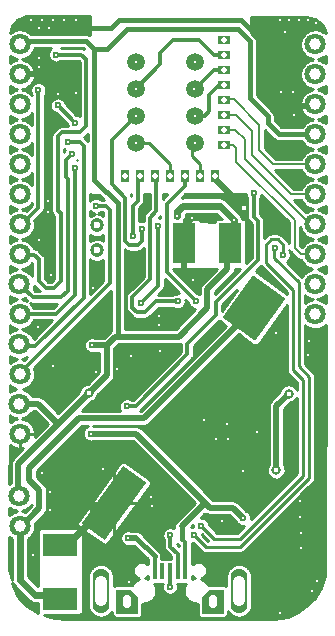
<source format=gbr>
G04 DipTrace 3.2.0.1*
G04 Íèæíèé.gbr*
%MOIN*%
G04 #@! TF.FileFunction,Copper,L2,Bot*
G04 #@! TF.Part,Single*
%AMOUTLINE3*
4,1,4,
0.107364,0.068227,
-0.030693,-0.123451,
-0.107364,-0.068227,
0.030693,0.123451,
0.107364,0.068227,
0*%
%AMOUTLINE6*
4,1,4,
0.10493,0.031165,
0.003686,-0.109398,
-0.10493,-0.031165,
-0.003686,0.109398,
0.10493,0.031165,
0*%
%AMOUTLINE9*
4,1,5,
-0.035433,0.015748,
-0.035433,-0.03937,
0.035433,-0.03937,
0.035433,0.03937,
-0.011811,0.03937,
-0.035433,0.015748,
0*%
%AMOUTLINE12*
4,1,5,
-0.035433,-0.03937,
0.035433,-0.03937,
0.035433,0.015748,
0.011811,0.03937,
-0.035433,0.03937,
-0.035433,-0.03937,
0*%
%ADD15C,0.019685*%
%ADD16C,0.011811*%
%ADD17C,0.023622*%
%ADD18C,0.015748*%
%ADD48C,0.027559*%
%ADD49C,0.03937*%
G04 #@! TA.AperFunction,CopperBalancing*
%ADD10C,0.009843*%
G04 #@! TA.AperFunction,Conductor*
%ADD20C,0.007874*%
%ADD25R,0.114173X0.072835*%
%ADD26R,0.074803X0.133858*%
G04 #@! TA.AperFunction,ComponentPad*
%ADD27C,0.070866*%
%ADD28C,0.070866*%
%ADD29C,0.059055*%
G04 #@! TA.AperFunction,ComponentPad*
%ADD35R,0.043307X0.029528*%
%ADD36R,0.029528X0.043307*%
%ADD42O,0.055118X0.149606*%
%ADD44R,0.015748X0.05315*%
G04 #@! TA.AperFunction,ComponentPad*
%ADD45C,0.047244*%
G04 #@! TA.AperFunction,ViaPad*
%ADD46C,0.031496*%
%ADD98OUTLINE3*%
%ADD101OUTLINE6*%
G04 #@! TA.AperFunction,ComponentPad*
%ADD104OUTLINE9*%
%ADD107OUTLINE12*%
%FSLAX26Y26*%
G04*
G70*
G90*
G75*
G01*
G04 Bottom*
%LPD*%
X-295945Y-2185D2*
D15*
X-354638D1*
X-365476D1*
X-391883Y-28592D1*
Y-63545D1*
X-387320Y-68108D1*
Y-363428D1*
Y-418396D1*
X-378811Y-426906D1*
Y-609085D1*
X-295945Y-2185D2*
D18*
X-358554D1*
D15*
X-420581Y59843D1*
X-484252D1*
X-411522Y-1269148D2*
D17*
X-358500D1*
X-225948Y-1401701D1*
X-170356D1*
Y-1369114D1*
X-349234Y-1507504D2*
Y-1504673D1*
X-324424D1*
X-188865Y-1369114D1*
X-170356D1*
X263332Y-386940D2*
D15*
X166535Y-290143D1*
Y-279528D1*
X-420581Y59843D2*
X-420681Y86318D1*
Y113808D1*
X-420310Y215560D2*
D18*
X-387862D1*
X-180979D1*
X-155117Y241423D1*
X254110D1*
X343020Y152513D1*
Y-21710D1*
X365461Y-44151D1*
X496794D1*
X500787Y-40157D1*
X130756Y-1092671D2*
X269344D1*
X307903Y-1131230D1*
X90127Y-419081D2*
D15*
X76518Y-432690D1*
Y-490810D1*
D16*
X64091Y-503238D1*
D15*
Y-597385D1*
X92122Y-625416D1*
X-387862Y216367D2*
D18*
Y215560D1*
X-419457Y86319D2*
D15*
X-420681Y86318D1*
X-356348Y-6391D2*
X-354638Y-2185D1*
X-389375Y-363428D2*
X-387320D1*
X500787Y-440157D2*
D20*
X484333D1*
X266568Y-222392D1*
Y-156899D1*
X233406Y-123736D1*
X197917D1*
X197638Y-124016D1*
Y125984D2*
D16*
X162076D1*
X114163Y173898D1*
X26828D1*
X-16841Y130228D1*
Y93395D1*
X-98425Y11811D1*
X-98055Y12081D2*
X-98425Y11811D1*
X197638Y75984D2*
X162598D1*
X98425Y11811D1*
X500787Y-540157D2*
D20*
X452425D1*
X431841Y-519573D1*
Y-425039D1*
X237829Y-231028D1*
Y-184925D1*
X227314Y-174409D1*
X197638D1*
X500787Y-340157D2*
X420241D1*
X289949Y-209865D1*
Y-126996D1*
X237644Y-74692D1*
X197920D1*
X197638Y-74409D1*
X500787Y-240157D2*
X360748D1*
X312480Y-191890D1*
Y-107413D1*
X228504Y-23437D1*
X198217D1*
X197638Y-24016D1*
X-77010Y-455451D2*
D16*
X-76546D1*
Y-494772D1*
X-91315Y-509541D1*
X-118749D1*
X-132281Y-496009D1*
Y-352278D1*
X-178209Y-306350D1*
Y-158524D1*
X-98425Y-78740D1*
X-97978Y-78601D2*
X-98425Y-78740D1*
X41412Y-412310D2*
D17*
Y-396041D1*
X60361Y-377092D1*
X182529D1*
X229247Y-423810D1*
X-484252Y159843D2*
D18*
Y171106D1*
X-262147D1*
X-235348Y144307D1*
Y-291520D1*
X-157852Y-369016D1*
Y-805906D1*
X-194860Y-842913D1*
X-242711D1*
D15*
X-193950D1*
X-165400Y-814364D1*
X45587D1*
X140925Y-719025D1*
Y-656458D1*
X207240Y-590143D1*
Y-513631D1*
X217634Y-503238D1*
X-193950Y-842913D2*
Y-942909D1*
X-355900Y-1104860D1*
X-488878Y-1237837D1*
Y-1345236D1*
X-485827D1*
X-235348Y144307D2*
D18*
X-194764D1*
X-127173Y211898D1*
X241681D1*
X282311Y171268D1*
Y-19791D1*
X341925Y-79406D1*
Y-102773D1*
X378276Y-139123D1*
X499753D1*
X500787Y-140157D1*
X-485827Y-1037402D2*
D15*
X-423358D1*
X-355900Y-1104860D1*
X229247Y-423810D2*
D17*
Y-491625D1*
D16*
X217634Y-503238D1*
X-106470Y-477094D2*
X-106537D1*
Y-377042D1*
X-91470Y-361975D1*
Y-271522D1*
X-83465Y-279528D1*
X-22455Y-444276D2*
Y-644114D1*
X-78827Y-700486D1*
X66535Y-279528D2*
Y-311045D1*
X5196Y-372385D1*
Y-598125D1*
X103486Y-696415D1*
X-33465Y-279528D2*
X-29294D1*
Y-396131D1*
X-50409Y-417247D1*
Y-622793D1*
X-110306Y-682689D1*
Y-717743D1*
X-94462Y-733587D1*
X-66990D1*
X-29933Y-696530D1*
X41479D1*
X-300318Y-251969D2*
Y-270012D1*
X-299448Y-270882D1*
Y-673680D1*
X-364154Y-738386D1*
X-483268D1*
X-484252Y-739370D1*
X-357264Y-43600D2*
X-355958D1*
X-298944Y-100614D1*
X-363542Y126324D2*
X-278625D1*
X-262131Y109831D1*
Y-113127D1*
X-282125Y-133121D1*
X-344438D1*
X-357874Y-146556D1*
Y-394203D1*
X-348503Y-403575D1*
Y-629211D1*
X-370699Y-651408D1*
X-397962D1*
X-421331Y-628039D1*
Y-555340D1*
X-435612Y-541059D1*
X-482957D1*
X-484252Y-539764D1*
X-323738Y-166147D2*
X-283681D1*
X-271588Y-178240D1*
Y-684766D1*
X-432598Y-845777D1*
X-479420D1*
X-485827Y-839370D1*
X-310075Y-203970D2*
X-331070Y-224965D1*
Y-281453D1*
X-324278Y-288244D1*
Y-661924D1*
X-345654Y-683299D1*
X-441898D1*
X-485827Y-639370D1*
X-229774Y-378373D2*
X-198547D1*
X-184386Y-392534D1*
Y-636512D1*
X-496102Y-948228D1*
X-475394D1*
X-484252Y-939370D1*
X16535Y-279528D2*
D10*
Y-239920D1*
X-54081Y-169303D1*
X-98437D1*
X-98425Y-169291D1*
X-97858Y-169295D2*
D16*
X-98437Y-169303D1*
X-127421Y-1045345D2*
X-97584D1*
X74636Y-873125D1*
Y-837215D1*
X169169Y-742682D1*
Y-699479D1*
X309157Y-559491D1*
Y-429444D1*
X295240Y-415526D1*
Y-334184D1*
X-247948Y-1137148D2*
D15*
X-96308D1*
X134383Y-1367840D1*
X150352Y-1383808D1*
X224785D1*
X260601Y-1419625D1*
X67492Y-1595785D2*
D16*
Y-1499778D1*
X55593Y-1487879D1*
D18*
Y-1446630D1*
D15*
X134383Y-1367840D1*
X370883Y-1260071D2*
Y-1044711D1*
X411601Y-1003993D1*
D16*
X410382D1*
Y-998202D1*
X94866Y-1475675D2*
D10*
X94996D1*
X135264Y-1515942D1*
X249007D1*
X480286Y-1284663D1*
Y-947652D1*
X444871Y-912238D1*
Y-631850D1*
X363846Y-550825D1*
Y-519068D1*
X365837D1*
X41902Y-1595785D2*
D16*
Y-1537969D1*
X17762Y-1513829D1*
Y-1475770D1*
X121188Y-1444146D2*
D10*
X164630Y-1487588D1*
X249566D1*
X459398Y-1277756D1*
Y-958598D1*
X426331Y-925531D1*
Y-657121D1*
X336312Y-567102D1*
Y-507647D1*
X353685Y-490274D1*
X375609D1*
X393577Y-508243D1*
Y-541669D1*
X391622D1*
X16311Y-1595785D2*
D16*
Y-1648576D1*
X16365D1*
X-122186Y-1485601D2*
D15*
X-95247D1*
D18*
X-34870Y-1545978D1*
D16*
Y-1595785D1*
X116142Y-279528D2*
D10*
Y-240274D1*
X88592Y-212724D1*
Y-172281D1*
X98425D1*
Y-169291D1*
X98894Y-168870D2*
X98425Y-169291D1*
X98843Y-78161D2*
D16*
Y-78740D1*
Y-78161D2*
X131890D1*
X147713Y-62339D1*
Y-9311D1*
X183449Y26425D1*
X197197D1*
X197638Y25984D1*
X98925Y101970D2*
X85087Y106672D1*
X-98031Y101891D2*
Y102362D1*
X-484252Y-439764D2*
X-478100D1*
X-422549Y-384213D1*
Y8056D1*
X-484252Y-1445236D2*
D15*
Y-1450865D1*
X-419130Y-1385743D1*
Y-1324493D1*
X-452890Y-1290734D1*
Y-1252959D1*
X-286539Y-1086609D1*
X-69722D1*
X297883Y-719004D1*
X-484252Y-1445236D2*
D17*
Y-1624703D1*
X-433283Y-1675672D1*
X-362168D1*
X-349234Y-1688606D1*
X307903Y-1131230D3*
X-420681Y113808D3*
X-420310Y215560D3*
X307903Y-1131230D3*
X-363542Y126324D3*
X98925Y101970D3*
X-98031Y101891D3*
X97883Y12411D3*
X-98055Y12081D3*
X-422549Y8056D3*
X-295945Y-2185D3*
X130756Y-1092671D3*
X-357264Y-43600D3*
X98843Y-78161D3*
X-97978Y-78601D3*
X-298944Y-100614D3*
X-323738Y-166147D3*
X98894Y-168870D3*
X-97858Y-169295D3*
X-310075Y-203970D3*
X-300318Y-251969D3*
X-229774Y-378373D3*
X41412Y-412310D3*
X-77010Y-455451D3*
X90127Y-419081D3*
X229247Y-423810D3*
X-22455Y-444276D3*
X-106470Y-477094D3*
X295240Y-334184D3*
X391622Y-541669D3*
X365837Y-519068D3*
D46*
X263332Y-386940D3*
D17*
X-378811Y-609085D3*
X92122Y-625416D3*
X41479Y-696530D3*
X103486Y-696415D3*
X-78827Y-700486D3*
X-242711Y-842913D3*
D46*
X-255184Y-1001177D3*
D17*
X-127421Y-1045345D3*
X-247948Y-1137148D3*
D46*
X370883Y-1260071D3*
D17*
X-411522Y-1269148D3*
X260601Y-1419625D3*
X121188Y-1444146D3*
X94866Y-1475675D3*
X17762Y-1475770D3*
X-122186Y-1485601D3*
X16365Y-1648576D3*
D46*
X411601Y-1003993D3*
D17*
X-297829Y241739D3*
X-337552Y241701D3*
X-374743Y241236D3*
X-410917Y241827D3*
X-447299Y241277D3*
X-387862Y216367D3*
X-419457Y86319D3*
X-356348Y-6391D3*
X-389375Y-363428D3*
X-389869Y-397696D3*
X-241577Y-653434D3*
X-422256Y-780580D3*
X-418774Y-491370D3*
X-372635Y-912843D3*
X-159986Y-922034D3*
X-19941Y-744612D3*
X-19686Y-774849D3*
X-112424Y-878450D3*
X-231766Y-930311D3*
X-18428Y-863051D3*
X-383605Y-1331692D3*
X-441568Y-1542265D3*
X-382429Y-1393289D3*
X-45344Y-1348064D3*
X-44832Y-1377881D3*
X-205609Y-1255349D3*
X-121638Y-1631667D3*
X490773Y-1660370D3*
X506735Y-1627562D3*
X382594Y-1736627D3*
X452644Y-1520269D3*
X451759Y-1468840D3*
X450871Y-1415636D3*
Y-1360660D3*
X191140Y-1429488D3*
X205867Y-1105224D3*
X208794Y-1155944D3*
X168803D3*
X368829Y-802106D3*
X478921Y-829346D3*
X476970Y-876165D3*
X258421Y-1261699D3*
X428064Y3055D3*
X387760D3*
X430483Y-76749D3*
X381646Y242906D3*
X414050Y242261D3*
X446240Y241777D3*
X476764Y240541D3*
X504440Y229848D3*
X399761Y201835D3*
X-486199Y244029D2*
D10*
X-252274D1*
X288919D2*
X498738D1*
X-497676Y234318D2*
X-252294D1*
X288937D2*
X512848D1*
X-506211Y224606D2*
X-252312D1*
X288957D2*
X524497D1*
X-511210Y214895D2*
X-252312D1*
X288957D2*
X527803D1*
X-513940Y205184D2*
X-507680D1*
X-460824D2*
X-252332D1*
X288976D2*
X477361D1*
X524217D2*
X531129D1*
X-447348Y195472D2*
X-252352D1*
X291667D2*
X463885D1*
X301202Y185761D2*
X456349D1*
X305816Y176050D2*
X451870D1*
X306335Y166339D2*
X449639D1*
X306335Y156627D2*
X449312D1*
X-434353Y146916D2*
X-381938D1*
X306335D2*
X450890D1*
X-438025Y137205D2*
X-389205D1*
X306335D2*
X454560D1*
X-444369Y127493D2*
X-391472D1*
X306335D2*
X460904D1*
X-516957Y117782D2*
X-513337D1*
X-455154D2*
X-390108D1*
X306335D2*
X471689D1*
X529887D2*
X534224D1*
X-516976Y108071D2*
X-500509D1*
X-467995D2*
X-384379D1*
X306335D2*
X484530D1*
X517046D2*
X534205D1*
X-450462Y98360D2*
X-284185D1*
X306335D2*
X466999D1*
X-441677Y88648D2*
X-284185D1*
X306335D2*
X458214D1*
X-436409Y78937D2*
X-284185D1*
X306335D2*
X452946D1*
X-433546Y69226D2*
X-284185D1*
X306335D2*
X450081D1*
X-432681Y59514D2*
X-284185D1*
X306335D2*
X449217D1*
X-433680Y49803D2*
X-284185D1*
X306335D2*
X450217D1*
X-436698Y40092D2*
X-284185D1*
X306335D2*
X453235D1*
X-442139Y30381D2*
X-438660D1*
X-406441D2*
X-284185D1*
X306335D2*
X458675D1*
X-451251Y20669D2*
X-447374D1*
X-397732D2*
X-284185D1*
X306335D2*
X467787D1*
X-517014Y10958D2*
X-498260D1*
X-470244D2*
X-450336D1*
X-394752D2*
X-284185D1*
X306335D2*
X486780D1*
X514797D2*
X534167D1*
X-454192Y1247D2*
X-449625D1*
X-395463D2*
X-284185D1*
X306335D2*
X470728D1*
X530848D2*
X534171D1*
X-400251Y-8465D2*
X-284185D1*
X306335D2*
X460366D1*
X-400500Y-18176D2*
X-367251D1*
X-347289D2*
X-284185D1*
X314255D2*
X454234D1*
X-400500Y-27887D2*
X-380169D1*
X-334371D2*
X-284185D1*
X323963D2*
X450717D1*
X-400500Y-37598D2*
X-384533D1*
X-329988D2*
X-284185D1*
X333671D2*
X449274D1*
X-400500Y-47310D2*
X-384955D1*
X-321471D2*
X-284185D1*
X343379D2*
X449717D1*
X-400500Y-57021D2*
X-381630D1*
X-311764D2*
X-284185D1*
X353087D2*
X452100D1*
X-400500Y-66732D2*
X-372114D1*
X-302056D2*
X-284185D1*
X362142D2*
X456752D1*
X-448021Y-76444D2*
X-444601D1*
X-400500D2*
X-353891D1*
X365756D2*
X464558D1*
X-517054Y-86155D2*
X-506295D1*
X-462209D2*
X-444588D1*
X-400500D2*
X-344182D1*
X365948D2*
X478744D1*
X522832D2*
X534127D1*
X-517054Y-95866D2*
X-509678D1*
X-458825D2*
X-444588D1*
X-400500D2*
X-334455D1*
X368581D2*
X475361D1*
X526215D2*
X534127D1*
X-400500Y-105577D2*
X-326440D1*
X378289D2*
X462885D1*
X-400500Y-115289D2*
X-356639D1*
X387997D2*
X455753D1*
X-400500Y-125000D2*
X-367097D1*
X-400500Y-134711D2*
X-376266D1*
X332556D2*
X340315D1*
X-400500Y-144423D2*
X-379804D1*
X-262647D2*
X-259365D1*
X332556D2*
X350022D1*
X-400500Y-154134D2*
X-379920D1*
X-264916D2*
X-259375D1*
X332556D2*
X359731D1*
X-400500Y-163845D2*
X-379920D1*
X332556D2*
X455100D1*
X-400500Y-173556D2*
X-379920D1*
X332556D2*
X461808D1*
X-517092Y-183268D2*
X-511697D1*
X-456787D2*
X-444588D1*
X-400500D2*
X-379920D1*
X332556D2*
X473323D1*
X528253D2*
X534089D1*
X-517092Y-192979D2*
X-504488D1*
X-464016D2*
X-444588D1*
X-400500D2*
X-379920D1*
X341552D2*
X481531D1*
X520045D2*
X534089D1*
X-448848Y-202690D2*
X-444588D1*
X-400500D2*
X-379920D1*
X351261D2*
X465807D1*
X-400500Y-212402D2*
X-379920D1*
X360988D2*
X457503D1*
X-400500Y-222113D2*
X-379920D1*
X-400500Y-231824D2*
X-379920D1*
X-400500Y-241535D2*
X-379920D1*
X-400500Y-251247D2*
X-379920D1*
X-400500Y-260958D2*
X-379920D1*
X369024D2*
X453696D1*
X-400500Y-270669D2*
X-379920D1*
X378751D2*
X459444D1*
X-453115Y-280381D2*
X-444588D1*
X-400500D2*
X-379920D1*
X388458D2*
X469113D1*
X-517150Y-290092D2*
X-494839D1*
X-473665D2*
X-444588D1*
X-400500D2*
X-379920D1*
X398167D2*
X491682D1*
X509895D2*
X534031D1*
X-452251Y-299803D2*
X-444588D1*
X-400500D2*
X-379920D1*
X407874D2*
X469286D1*
X-400500Y-309514D2*
X-379920D1*
X417583D2*
X459539D1*
X-400500Y-319226D2*
X-379920D1*
X427290D2*
X453753D1*
X-400500Y-328937D2*
X-379920D1*
X-400500Y-338648D2*
X-379920D1*
X-400500Y-348360D2*
X-379920D1*
X-249537D2*
X-212058D1*
X-69430D2*
X-51348D1*
X-7241D2*
X-1559D1*
X59984D2*
X271322D1*
X319157D2*
X327165D1*
X-400500Y-358071D2*
X-379920D1*
X-69430D2*
X-51348D1*
X202623D2*
X273185D1*
X317293D2*
X336892D1*
X-400500Y-367782D2*
X-379920D1*
X-70238D2*
X-51348D1*
X212350D2*
X273185D1*
X317293D2*
X346601D1*
X439940D2*
X457425D1*
X-400500Y-377493D2*
X-379920D1*
X-76217D2*
X-51348D1*
X222058D2*
X273185D1*
X317293D2*
X356308D1*
X449647D2*
X465672D1*
X-517188Y-387205D2*
X-502816D1*
X-465688D2*
X-456314D1*
X-400711D2*
X-379920D1*
X-84482D2*
X-51348D1*
X231766D2*
X273185D1*
X317293D2*
X366017D1*
X459374D2*
X481205D1*
X520371D2*
X533993D1*
X-517188Y-396916D2*
X-512117D1*
X-404768D2*
X-379747D1*
X-84482D2*
X-60845D1*
X241474D2*
X273185D1*
X317293D2*
X375724D1*
X469083D2*
X473541D1*
X528022D2*
X533993D1*
X-414188Y-406627D2*
X-375864D1*
X-249537D2*
X-239375D1*
X-214012D2*
X-206425D1*
X-84482D2*
X-69592D1*
X69941D2*
X172934D1*
X251009D2*
X273185D1*
X317293D2*
X385433D1*
X-423895Y-416339D2*
X-370558D1*
X-84482D2*
X-72437D1*
X69058D2*
X182642D1*
X256142D2*
X273205D1*
X326635D2*
X395160D1*
X-433622Y-426050D2*
X-370558D1*
X-84482D2*
X-72455D1*
X117635D2*
X164092D1*
X271175D2*
X276009D1*
X330923D2*
X404867D1*
X-432835Y-435761D2*
X-370558D1*
X271175D2*
X284701D1*
X331210D2*
X411769D1*
X-433008Y-445472D2*
X-370558D1*
X271175D2*
X287104D1*
X331210D2*
X411769D1*
X-435084Y-455184D2*
X-370558D1*
X271175D2*
X287104D1*
X331210D2*
X411769D1*
X-439352Y-464895D2*
X-370558D1*
X271175D2*
X287104D1*
X331210D2*
X411769D1*
X451916D2*
X455686D1*
X-446579Y-474606D2*
X-370558D1*
X271175D2*
X287104D1*
X331210D2*
X340142D1*
X389151D2*
X411769D1*
X451916D2*
X462751D1*
X-517226Y-484318D2*
X-509198D1*
X-459306D2*
X-370558D1*
X-249537D2*
X-206425D1*
X271175D2*
X287104D1*
X399031D2*
X411769D1*
X451916D2*
X475112D1*
X526446D2*
X533955D1*
X-517226Y-494029D2*
X-506873D1*
X-461631D2*
X-370558D1*
X271175D2*
X287104D1*
X408739D2*
X411749D1*
X451916D2*
X479033D1*
X522543D2*
X533955D1*
X-447752Y-503740D2*
X-370558D1*
X271175D2*
X287104D1*
X451916D2*
X464692D1*
X-440063Y-513451D2*
X-370558D1*
X271175D2*
X287104D1*
X453703D2*
X456849D1*
X-423510Y-523163D2*
X-370558D1*
X271175D2*
X287104D1*
X-413034Y-532874D2*
X-370558D1*
X-133829D2*
X-72455D1*
X271175D2*
X287104D1*
X-403576Y-542585D2*
X-370558D1*
X-133829D2*
X-72455D1*
X271175D2*
X287104D1*
X419563D2*
X426860D1*
X-399500Y-552297D2*
X-370558D1*
X-133829D2*
X-72455D1*
X271175D2*
X285585D1*
X417390D2*
X436568D1*
X-399289Y-562008D2*
X-370558D1*
X-249537D2*
X-242739D1*
X-210647D2*
X-206436D1*
X-133829D2*
X-72455D1*
X271175D2*
X275879D1*
X410316D2*
X454177D1*
X-399289Y-571719D2*
X-370558D1*
X-249537D2*
X-206425D1*
X-133829D2*
X-72455D1*
X414122D2*
X460270D1*
X-517265Y-581430D2*
X-513933D1*
X-454576D2*
X-443377D1*
X-399289D2*
X-370558D1*
X-249537D2*
X-206425D1*
X-133829D2*
X-72455D1*
X317984D2*
X321269D1*
X423829D2*
X470555D1*
X-517283Y-591142D2*
X-502085D1*
X-469571D2*
X-443377D1*
X-399289D2*
X-370558D1*
X-249537D2*
X-206425D1*
X-133829D2*
X-72455D1*
X28976D2*
X169896D1*
X233209D2*
X246734D1*
X308277D2*
X330972D1*
X433538D2*
X482954D1*
X515470D2*
X533898D1*
X-452039Y-600853D2*
X-443377D1*
X-399289D2*
X-370558D1*
X-249537D2*
X-206425D1*
X-133829D2*
X-72455D1*
X38703D2*
X160189D1*
X230824D2*
X237041D1*
X308969D2*
X340680D1*
X443245D2*
X465423D1*
X-399289Y-610564D2*
X-370558D1*
X-249537D2*
X-206425D1*
X-133829D2*
X-72455D1*
X48411D2*
X150482D1*
X223154D2*
X227325D1*
X322445D2*
X350388D1*
X452974D2*
X456625D1*
X-398328Y-620276D2*
X-370558D1*
X-249537D2*
X-206425D1*
X-133829D2*
X-78665D1*
X58119D2*
X140773D1*
X213446D2*
X217612D1*
X335920D2*
X360096D1*
X-388619Y-629987D2*
X-380054D1*
X-249537D2*
X-208636D1*
X-133829D2*
X-88373D1*
X-417D2*
X6291D1*
X67827D2*
X131066D1*
X203739D2*
X207894D1*
X349415D2*
X369823D1*
X-249537Y-639698D2*
X-218344D1*
X-133829D2*
X-98081D1*
X-417D2*
X15992D1*
X77535D2*
X121395D1*
X194030D2*
X198172D1*
X362891D2*
X379531D1*
X-435257Y-649409D2*
X-430727D1*
X-249537D2*
X-228052D1*
X-133829D2*
X-107789D1*
X-1091D2*
X25699D1*
X87243D2*
X115955D1*
X184323D2*
X188472D1*
X376386D2*
X389239D1*
X-435295Y-659121D2*
X-421020D1*
X-249537D2*
X-237760D1*
X-133829D2*
X-117516D1*
X-6684D2*
X35428D1*
X96970D2*
X114937D1*
X174596D2*
X178765D1*
X389862D2*
X398948D1*
X-185925Y-668832D2*
X-181865D1*
X-133829D2*
X-127154D1*
X-16392D2*
X45135D1*
X106678D2*
X114937D1*
X-195652Y-678543D2*
X-181877D1*
X220886D2*
X224866D1*
X-517323Y-688255D2*
X-499836D1*
X-471820D2*
X-467723D1*
X-205361D2*
X-181877D1*
X211159D2*
X217867D1*
X465930D2*
X485203D1*
X513220D2*
X533858D1*
X-517323Y-697966D2*
X-514290D1*
X-215068D2*
X-181877D1*
X69385D2*
X74266D1*
X201450D2*
X210882D1*
X465930D2*
X470728D1*
X530848D2*
X533874D1*
X-443831Y-707677D2*
X-364214D1*
X-224777D2*
X-181877D1*
X67020D2*
X77988D1*
X191743D2*
X203904D1*
X-234484Y-717388D2*
X-181877D1*
X59560D2*
X85543D1*
X191223D2*
X196895D1*
X401185D2*
X405278D1*
X-244193Y-727100D2*
X-181877D1*
X-133829D2*
X-130143D1*
X-29734D2*
X96520D1*
X394206D2*
X405272D1*
X-253920Y-736811D2*
X-181877D1*
X-133829D2*
X-122014D1*
X-39441D2*
X86793D1*
X387209D2*
X405272D1*
X-263627Y-746522D2*
X-181877D1*
X-133829D2*
X-112307D1*
X-49150D2*
X77085D1*
X380211D2*
X405272D1*
X-273336Y-756234D2*
X-181877D1*
X-133829D2*
X67377D1*
X373214D2*
X405272D1*
X-440217Y-765945D2*
X-383533D1*
X-283043D2*
X-181877D1*
X-133829D2*
X57669D1*
X176672D2*
X187929D1*
X366217D2*
X405272D1*
X-448021Y-775656D2*
X-393241D1*
X-292752D2*
X-181877D1*
X-133829D2*
X47961D1*
X166963D2*
X201424D1*
X359219D2*
X405272D1*
X-517361Y-785367D2*
X-506295D1*
X-462209D2*
X-402969D1*
X-302479D2*
X-181877D1*
X-133829D2*
X38234D1*
X157256D2*
X195176D1*
X352222D2*
X405272D1*
X465930D2*
X478744D1*
X522832D2*
X533820D1*
X-517361Y-795079D2*
X-511269D1*
X-460402D2*
X-412676D1*
X-312186D2*
X-182301D1*
X147547D2*
X185469D1*
X345244D2*
X405272D1*
X465930D2*
X533820D1*
X-447906Y-804790D2*
X-422385D1*
X-321895D2*
X-192161D1*
X137840D2*
X175760D1*
X338247D2*
X405272D1*
X465930D2*
X533801D1*
X-440793Y-814501D2*
X-432092D1*
X-331602D2*
X-201870D1*
X128131D2*
X166052D1*
X238726D2*
X255346D1*
X331249D2*
X405272D1*
X465930D2*
X533801D1*
X-341311Y-824213D2*
X-263135D1*
X118404D2*
X156344D1*
X229017D2*
X268841D1*
X324252D2*
X405272D1*
X465930D2*
X533801D1*
X-351018Y-833924D2*
X-269114D1*
X108697D2*
X146617D1*
X219310D2*
X282316D1*
X317255D2*
X405272D1*
X465930D2*
X533801D1*
X-360745Y-843635D2*
X-270652D1*
X-158340D2*
X52594D1*
X98988D2*
X136909D1*
X209583D2*
X405272D1*
X465930D2*
X533801D1*
X-370454Y-853346D2*
X-268556D1*
X-167971D2*
X52594D1*
X96681D2*
X127201D1*
X199874D2*
X405272D1*
X465930D2*
X533782D1*
X-380161Y-863058D2*
X-261617D1*
X-167971D2*
X52594D1*
X96681D2*
X117493D1*
X190167D2*
X405272D1*
X465930D2*
X533782D1*
X-389870Y-872769D2*
X-219940D1*
X-167971D2*
X44213D1*
X96681D2*
X107785D1*
X180458D2*
X405272D1*
X465930D2*
X533782D1*
X-517399Y-882480D2*
X-513285D1*
X-399577D2*
X-219940D1*
X-167971D2*
X34504D1*
X94490D2*
X98072D1*
X170751D2*
X405272D1*
X465930D2*
X533782D1*
X-517419Y-892192D2*
X-503508D1*
X-409285D2*
X-219940D1*
X-167971D2*
X24797D1*
X161042D2*
X405272D1*
X465930D2*
X533762D1*
X-419013Y-901903D2*
X-219940D1*
X-167971D2*
X15089D1*
X151315D2*
X405272D1*
X465930D2*
X533762D1*
X-428720Y-911614D2*
X-219940D1*
X-167971D2*
X5381D1*
X141608D2*
X405272D1*
X473619D2*
X533762D1*
X-436007Y-921325D2*
X-219940D1*
X-167971D2*
X-4327D1*
X131899D2*
X405272D1*
X483346D2*
X533762D1*
X-433373Y-931037D2*
X-219940D1*
X-167971D2*
X-14054D1*
X122192D2*
X406041D1*
X493055D2*
X533762D1*
X-432699Y-940748D2*
X-228129D1*
X-167971D2*
X-23762D1*
X112483D2*
X412173D1*
X500129D2*
X533743D1*
X-433911Y-950459D2*
X-237837D1*
X-169125D2*
X-33470D1*
X102776D2*
X421881D1*
X501340D2*
X533743D1*
X-437160Y-960171D2*
X-247545D1*
X-174871D2*
X-43178D1*
X93049D2*
X431589D1*
X501340D2*
X533743D1*
X-442908Y-969882D2*
X-257253D1*
X-184580D2*
X-52886D1*
X83340D2*
X438336D1*
X501340D2*
X533743D1*
X-452577Y-979593D2*
X-278283D1*
X-194287D2*
X-62613D1*
X73633D2*
X391642D1*
X431558D2*
X438336D1*
X501340D2*
X533724D1*
X-517457Y-989304D2*
X-502490D1*
X-469148D2*
X-284705D1*
X-203996D2*
X-72322D1*
X63924D2*
X383433D1*
X501340D2*
X533724D1*
X-451885Y-999016D2*
X-286992D1*
X-213723D2*
X-82029D1*
X54217D2*
X380108D1*
X501340D2*
X533724D1*
X-443157Y-1008727D2*
X-296104D1*
X-223430D2*
X-91738D1*
X44509D2*
X370534D1*
X501340D2*
X533724D1*
X-406075Y-1018438D2*
X-305812D1*
X-228564D2*
X-101445D1*
X34781D2*
X360807D1*
X501340D2*
X533724D1*
X-396270Y-1028150D2*
X-315539D1*
X-239118D2*
X-149177D1*
X25073D2*
X351176D1*
X431866D2*
X438336D1*
X501340D2*
X533705D1*
X-386563Y-1037861D2*
X-325247D1*
X-252555D2*
X-154310D1*
X15365D2*
X345852D1*
X414064D2*
X438336D1*
X501340D2*
X533705D1*
X-376856Y-1047572D2*
X-334955D1*
X-262282D2*
X-155291D1*
X5657D2*
X344890D1*
X404357D2*
X438336D1*
X501340D2*
X533705D1*
X-367127Y-1057283D2*
X-344663D1*
X-271990D2*
X-152580D1*
X-4050D2*
X344890D1*
X396860D2*
X438336D1*
X501340D2*
X533705D1*
X-443811Y-1066995D2*
X-430113D1*
X-357420D2*
X-354379D1*
X-13759D2*
X344890D1*
X396860D2*
X438336D1*
X501340D2*
X533685D1*
X-452980Y-1076706D2*
X-420385D1*
X-23486D2*
X344890D1*
X396860D2*
X438336D1*
X501340D2*
X533685D1*
X-517496Y-1086417D2*
X-499337D1*
X-472320D2*
X-410677D1*
X-33193D2*
X344890D1*
X396860D2*
X438336D1*
X501340D2*
X533685D1*
X-517496Y-1096129D2*
X-514484D1*
X-454018D2*
X-400970D1*
X-42902D2*
X344890D1*
X396860D2*
X438336D1*
X501340D2*
X533685D1*
X-443734Y-1105840D2*
X-393222D1*
X-52764D2*
X344890D1*
X396860D2*
X438336D1*
X501340D2*
X533685D1*
X-437640Y-1115551D2*
X-402930D1*
X-279142D2*
X-265077D1*
X-82732D2*
X344890D1*
X396860D2*
X438336D1*
X501340D2*
X533667D1*
X-434161Y-1125262D2*
X-412638D1*
X-288849D2*
X-273131D1*
X-71852D2*
X344890D1*
X396860D2*
X438336D1*
X501340D2*
X533667D1*
X-432739Y-1134974D2*
X-422346D1*
X-298556D2*
X-275804D1*
X-62144D2*
X344890D1*
X396860D2*
X438336D1*
X501340D2*
X533667D1*
X-308285Y-1144685D2*
X-274824D1*
X-52437D2*
X344890D1*
X396860D2*
X438336D1*
X501340D2*
X533667D1*
X-317992Y-1154396D2*
X-269672D1*
X-42728D2*
X344890D1*
X396860D2*
X438336D1*
X501340D2*
X533647D1*
X-327701Y-1164108D2*
X-249640D1*
X-246253D2*
X-105694D1*
X-33001D2*
X344890D1*
X396860D2*
X438336D1*
X501340D2*
X533647D1*
X-337408Y-1173819D2*
X-95986D1*
X-23294D2*
X344890D1*
X396860D2*
X438336D1*
X501340D2*
X533647D1*
X-517534Y-1183530D2*
X-506008D1*
X-347115D2*
X-86259D1*
X-13585D2*
X344890D1*
X396860D2*
X438336D1*
X501340D2*
X533647D1*
X-517534Y-1193241D2*
X-480613D1*
X-356824D2*
X-76551D1*
X-3878D2*
X344890D1*
X396860D2*
X438336D1*
X501340D2*
X533647D1*
X-517552Y-1202953D2*
X-490340D1*
X-366551D2*
X-66843D1*
X5831D2*
X344890D1*
X396860D2*
X438336D1*
X501340D2*
X533629D1*
X-517552Y-1212664D2*
X-500049D1*
X-376259D2*
X-57135D1*
X15538D2*
X344890D1*
X396860D2*
X438336D1*
X501340D2*
X533629D1*
X-517552Y-1222375D2*
X-509507D1*
X-385967D2*
X-47427D1*
X25265D2*
X344890D1*
X396860D2*
X438336D1*
X501340D2*
X533629D1*
X-517552Y-1232087D2*
X-514210D1*
X-395675D2*
X-147390D1*
X-131945D2*
X-37719D1*
X34974D2*
X344890D1*
X396860D2*
X438336D1*
X501340D2*
X533629D1*
X-405383Y-1241798D2*
X-156541D1*
X-118105D2*
X-27992D1*
X44681D2*
X344890D1*
X396860D2*
X438336D1*
X501340D2*
X533609D1*
X-415091Y-1251509D2*
X-163538D1*
X-104629D2*
X-18283D1*
X54390D2*
X340199D1*
X401570D2*
X438336D1*
X501340D2*
X533609D1*
X-424818Y-1261220D2*
X-170535D1*
X-91152D2*
X-8576D1*
X64097D2*
X339008D1*
X402761D2*
X438336D1*
X501340D2*
X533609D1*
X-426913Y-1270932D2*
X-177533D1*
X-77657D2*
X1133D1*
X73806D2*
X340969D1*
X400801D2*
X436837D1*
X501340D2*
X533609D1*
X-426644Y-1280643D2*
X-184530D1*
X-64182D2*
X10840D1*
X83533D2*
X346832D1*
X394937D2*
X427129D1*
X501340D2*
X533609D1*
X-416937Y-1290354D2*
X-191508D1*
X-51110D2*
X20567D1*
X93240D2*
X363730D1*
X378039D2*
X417421D1*
X500533D2*
X533589D1*
X-407209Y-1300066D2*
X-198505D1*
X-46881D2*
X30276D1*
X102949D2*
X407713D1*
X494265D2*
X533589D1*
X-397944Y-1309777D2*
X-205503D1*
X-49726D2*
X39983D1*
X112656D2*
X398005D1*
X484558D2*
X533589D1*
X-393656Y-1319488D2*
X-212500D1*
X-56723D2*
X49692D1*
X122365D2*
X388278D1*
X474849D2*
X533589D1*
X-393138Y-1329199D2*
X-219497D1*
X-63720D2*
X59399D1*
X132092D2*
X378570D1*
X465122D2*
X533571D1*
X-393138Y-1338911D2*
X-226495D1*
X-70718D2*
X69108D1*
X141799D2*
X368862D1*
X455415D2*
X533571D1*
X-393138Y-1348622D2*
X-233492D1*
X-77715D2*
X78835D1*
X151508D2*
X359154D1*
X445706D2*
X533571D1*
X-393138Y-1358333D2*
X-240471D1*
X-84713D2*
X88542D1*
X161215D2*
X349446D1*
X435999D2*
X533571D1*
X-393138Y-1368045D2*
X-247469D1*
X-91692D2*
X97846D1*
X245357D2*
X339738D1*
X426290D2*
X533571D1*
X-393138Y-1377756D2*
X-254466D1*
X-98689D2*
X88119D1*
X255066D2*
X330010D1*
X416563D2*
X533551D1*
X-517630Y-1387467D2*
X-514663D1*
X-393214D2*
X-261463D1*
X-105686D2*
X78412D1*
X264793D2*
X320303D1*
X406856D2*
X533551D1*
X-517630Y-1397178D2*
X-501047D1*
X-395906D2*
X-268461D1*
X-112684D2*
X68703D1*
X276538D2*
X310594D1*
X397147D2*
X533551D1*
X-403941Y-1406890D2*
X-275458D1*
X-119681D2*
X58996D1*
X131669D2*
X139755D1*
X285362D2*
X300887D1*
X387440D2*
X533551D1*
X-413650Y-1416601D2*
X-282436D1*
X-126678D2*
X49287D1*
X121961D2*
X221243D1*
X377732D2*
X533531D1*
X-423357Y-1426312D2*
X-289433D1*
X-133656D2*
X39580D1*
X142395D2*
X230951D1*
X368024D2*
X533531D1*
X-433066Y-1436024D2*
X-293798D1*
X-140654D2*
X31967D1*
X147894D2*
X238198D1*
X358297D2*
X533531D1*
X-432681Y-1445735D2*
X-291318D1*
X-147651D2*
X29622D1*
X152161D2*
X252866D1*
X348589D2*
X533531D1*
X-433719Y-1455446D2*
X-421673D1*
X-154648D2*
X-944D1*
X161869D2*
X252328D1*
X338881D2*
X533531D1*
X-436756Y-1465157D2*
X-425903D1*
X-273778D2*
X-266020D1*
X-161646D2*
X-140757D1*
X-79869D2*
X-8018D1*
X171577D2*
X242619D1*
X329173D2*
X533513D1*
X-442273Y-1474869D2*
X-425921D1*
X-273701D2*
X-252543D1*
X-168643D2*
X-147909D1*
X-71680D2*
X-10171D1*
X319465D2*
X533513D1*
X-451462Y-1484580D2*
X-425921D1*
X-273681D2*
X-239049D1*
X-175640D2*
X-150119D1*
X-62720D2*
X-8710D1*
X309757D2*
X533513D1*
X-517668Y-1494291D2*
X-512196D1*
X-456307D2*
X-425921D1*
X-273643D2*
X-225572D1*
X-182619D2*
X-148697D1*
X-52993D2*
X-4289D1*
X300030D2*
X533513D1*
X-517688Y-1504003D2*
X-512199D1*
X-456307D2*
X-425921D1*
X-273623D2*
X-212097D1*
X-190117D2*
X-142891D1*
X-43286D2*
X-4289D1*
X89530D2*
X93942D1*
X290322D2*
X533493D1*
X-517688Y-1513714D2*
X-512199D1*
X-456307D2*
X-425921D1*
X-273605D2*
X-100696D1*
X-33577D2*
X-4289D1*
X89530D2*
X103652D1*
X280614D2*
X533493D1*
X-517688Y-1523425D2*
X-512199D1*
X-456307D2*
X-425921D1*
X-273585D2*
X-90988D1*
X-23870D2*
X-1963D1*
X89530D2*
X113360D1*
X270906D2*
X533493D1*
X-517688Y-1533136D2*
X-512199D1*
X-456307D2*
X-425921D1*
X-273567D2*
X-81260D1*
X-14759D2*
X6303D1*
X89530D2*
X123913D1*
X260352D2*
X533493D1*
X-517688Y-1542848D2*
X-512199D1*
X-456307D2*
X-425921D1*
X-273547D2*
X-71552D1*
X-11067D2*
X16012D1*
X89530D2*
X533493D1*
X-517707Y-1552559D2*
X-512205D1*
X-456307D2*
X-425921D1*
X-273509D2*
X-61844D1*
X-11816D2*
X19856D1*
X89530D2*
X533474D1*
X-517707Y-1562270D2*
X-512205D1*
X-456307D2*
X-425921D1*
X-273490D2*
X-58885D1*
X91510D2*
X533474D1*
X-517707Y-1571982D2*
X-512205D1*
X-456307D2*
X-425921D1*
X-273470D2*
X-221440D1*
X-206110D2*
X-100215D1*
X132841D2*
X239198D1*
X254508D2*
X533474D1*
X-517707Y-1581693D2*
X-512205D1*
X-456307D2*
X-425921D1*
X-273451D2*
X-242509D1*
X-185060D2*
X-106846D1*
X139474D2*
X218129D1*
X275577D2*
X533474D1*
X-517150Y-1591404D2*
X-512215D1*
X-456307D2*
X-425921D1*
X-273432D2*
X-250909D1*
X-176660D2*
X-109038D1*
X141665D2*
X209728D1*
X283978D2*
X533398D1*
X-515227Y-1601115D2*
X-512213D1*
X-456307D2*
X-425921D1*
X-273412D2*
X-255427D1*
X-172123D2*
X-107866D1*
X140492D2*
X205192D1*
X288514D2*
X532744D1*
X-456307Y-1610827D2*
X-425921D1*
X-273374D2*
X-257349D1*
X-170201D2*
X-102810D1*
X135437D2*
X203289D1*
X290417D2*
X532109D1*
X-449290Y-1620538D2*
X-425921D1*
X-273354D2*
X-257484D1*
X-170085D2*
X-88488D1*
X121115D2*
X203154D1*
X290552D2*
X529419D1*
X-439581Y-1630249D2*
X-425921D1*
X-273336D2*
X-257484D1*
X-170085D2*
X-102234D1*
X135322D2*
X203154D1*
X290552D2*
X526092D1*
X-429874Y-1639961D2*
X-425921D1*
X-273316D2*
X-257484D1*
X-170085D2*
X-109962D1*
X-34135D2*
X-10171D1*
X42913D2*
X67203D1*
X143030D2*
X203154D1*
X290552D2*
X522766D1*
X-502597Y-1649672D2*
X-498395D1*
X-273297D2*
X-257484D1*
X-30003D2*
X-11575D1*
X44297D2*
X63071D1*
X290552D2*
X519421D1*
X-498560Y-1659383D2*
X-488686D1*
X-273278D2*
X-257484D1*
X-28387D2*
X-9325D1*
X42049D2*
X61475D1*
X290552D2*
X513846D1*
X-494542Y-1669094D2*
X-478979D1*
X-273239D2*
X-257484D1*
X-29041D2*
X-2117D1*
X34858D2*
X62110D1*
X290552D2*
X507484D1*
X-490505Y-1678806D2*
X-469270D1*
X-273220D2*
X-257484D1*
X-32041D2*
X65109D1*
X290552D2*
X501121D1*
X-482105Y-1688517D2*
X-459563D1*
X-273201D2*
X-257484D1*
X-38038D2*
X71106D1*
X290552D2*
X493239D1*
X-472647Y-1698228D2*
X-449047D1*
X-273182D2*
X-257484D1*
X-49399D2*
X82467D1*
X290552D2*
X483396D1*
X-463189Y-1707940D2*
X-425921D1*
X-273163D2*
X-257484D1*
X-74832D2*
X107458D1*
X290552D2*
X473554D1*
X-449348Y-1717651D2*
X-425921D1*
X-273125D2*
X-256522D1*
X-74832D2*
X107458D1*
X289591D2*
X461770D1*
X-434084Y-1727362D2*
X-425921D1*
X-273125D2*
X-253177D1*
X-74832D2*
X107458D1*
X286247D2*
X448045D1*
X-276008Y-1737073D2*
X-246661D1*
X-74832D2*
X107458D1*
X210601D2*
X213976D1*
X279730D2*
X430820D1*
X-390408Y-1746785D2*
X-234031D1*
X-193518D2*
X-173995D1*
X-78831D2*
X111438D1*
X206602D2*
X226588D1*
X267100D2*
X409904D1*
X-279058Y-1455929D2*
X-277850D1*
X-287959Y-1448517D1*
X-289928Y-1446324D1*
X-291436Y-1443790D1*
X-292425Y-1441013D1*
X-292858Y-1438097D1*
X-292718Y-1435152D1*
X-292010Y-1432290D1*
X-290762Y-1429619D1*
X-284841Y-1421295D1*
X-150839Y-1235423D1*
X-148644Y-1233453D1*
X-146112Y-1231945D1*
X-143335Y-1230957D1*
X-140419Y-1230524D1*
X-137474Y-1230664D1*
X-134612Y-1231371D1*
X-131941Y-1232619D1*
X-123615Y-1238541D1*
X-53354Y-1289189D1*
X-51272Y-1291276D1*
X-49633Y-1293726D1*
X-48499Y-1296448D1*
X-47913Y-1299337D1*
X-47899Y-1302285D1*
X-48455Y-1305180D1*
X-49562Y-1307913D1*
X-51268Y-1310545D1*
X-189873Y-1502806D1*
X-192067Y-1504776D1*
X-194600Y-1506283D1*
X-197377Y-1507272D1*
X-200293Y-1507705D1*
X-203238Y-1507564D1*
X-206100Y-1506857D1*
X-208770Y-1505609D1*
X-217096Y-1499688D1*
X-276196Y-1457119D1*
X-276990Y-1456549D2*
X-276895Y-1458709D1*
X-275825Y-1460833D1*
X-275102Y-1463100D1*
X-274741Y-1465455D1*
X-274220Y-1673220D1*
X-274139Y-1728142D1*
X-274507Y-1730492D1*
X-275236Y-1732756D1*
X-276311Y-1734877D1*
X-276972Y-1735871D1*
X-276990Y-1740181D1*
X-281776D1*
X-284535Y-1741392D1*
X-286848Y-1741953D1*
X-289223Y-1742144D1*
X-405076Y-1742146D1*
X-371867Y-1753399D1*
X-324239Y-1756496D1*
X362555Y-1755709D1*
X409929Y-1747235D1*
X442009Y-1732339D1*
X469676Y-1712741D1*
X498535Y-1684264D1*
X519570Y-1652138D1*
X532925Y-1613203D1*
X534449Y-1590395D1*
X534807Y-776831D1*
X530524Y-780299D1*
X527220Y-782505D1*
X523755Y-784446D1*
X520147Y-786110D1*
X516421Y-787484D1*
X512597Y-788563D1*
X508702Y-789337D1*
X504757Y-789804D1*
X500787Y-789961D1*
X496818Y-789804D1*
X492873Y-789337D1*
X488978Y-788563D1*
X485154Y-787484D1*
X481428Y-786110D1*
X477820Y-784446D1*
X474354Y-782505D1*
X471051Y-780299D1*
X467932Y-777840D1*
X464941Y-775063D1*
X464950Y-903923D1*
X495554Y-934612D1*
X497406Y-937161D1*
X498836Y-939969D1*
X499810Y-942965D1*
X500303Y-946077D1*
X500365Y-972259D1*
X500303Y-1286238D1*
X499810Y-1289350D1*
X498836Y-1292346D1*
X497406Y-1295154D1*
X495554Y-1297703D1*
X477084Y-1316260D1*
X262047Y-1531210D1*
X259497Y-1533062D1*
X256690Y-1534492D1*
X253694Y-1535466D1*
X250581Y-1535959D1*
X224400Y-1536021D1*
X133689Y-1535959D1*
X130576Y-1535466D1*
X127580Y-1534492D1*
X124773Y-1533062D1*
X122223Y-1531210D1*
X103667Y-1512741D1*
X93539Y-1502614D1*
X90647Y-1502311D1*
X88563Y-1501895D1*
X88555Y-1554047D1*
X90524Y-1554052D1*
Y-1573219D1*
X92991Y-1570828D1*
X96664Y-1568159D1*
X100710Y-1566097D1*
X105029Y-1564694D1*
X109513Y-1563984D1*
X114054D1*
X118538Y-1564694D1*
X122857Y-1566097D1*
X126903Y-1568159D1*
X130576Y-1570828D1*
X133787Y-1574039D1*
X136457Y-1577713D1*
X138518Y-1581759D1*
X139921Y-1586077D1*
X140631Y-1590562D1*
Y-1595102D1*
X139921Y-1599587D1*
X138518Y-1603906D1*
X136457Y-1607951D1*
X133787Y-1611625D1*
X130576Y-1614836D1*
X126903Y-1617505D1*
X122857Y-1619567D1*
X118718Y-1620919D1*
X124510Y-1623357D1*
X127437Y-1624996D1*
X130226Y-1626858D1*
X132861Y-1628936D1*
X135323Y-1631213D1*
X137600Y-1633675D1*
X139677Y-1636310D1*
X141539Y-1639098D1*
X143656Y-1643059D1*
X146028Y-1642682D1*
X194461Y-1642635D1*
X196832Y-1642822D1*
X199144Y-1643377D1*
X201343Y-1644287D1*
X203374Y-1645533D1*
X204134Y-1644685D1*
X204265Y-1610822D1*
X204660Y-1607491D1*
X205314Y-1604201D1*
X206224Y-1600972D1*
X207386Y-1597827D1*
X208790Y-1594781D1*
X210429Y-1591854D1*
X212291Y-1589066D1*
X214369Y-1586430D1*
X216646Y-1583969D1*
X219108Y-1581692D1*
X221743Y-1579614D1*
X224531Y-1577752D1*
X227458Y-1576113D1*
X230504Y-1574709D1*
X233650Y-1573547D1*
X236878Y-1572636D1*
X240168Y-1571983D1*
X243499Y-1571588D1*
X246850Y-1571457D1*
X250202Y-1571588D1*
X253533Y-1571983D1*
X256823Y-1572636D1*
X260051Y-1573547D1*
X263197Y-1574709D1*
X266243Y-1576113D1*
X269169Y-1577752D1*
X271958Y-1579614D1*
X274593Y-1581692D1*
X277055Y-1583969D1*
X279332Y-1586430D1*
X281409Y-1589066D1*
X283272Y-1591854D1*
X284911Y-1594781D1*
X286315Y-1597827D1*
X287476Y-1600972D1*
X288387Y-1604201D1*
X289041Y-1607491D1*
X289436Y-1610822D1*
X289567Y-1619094D1*
X289549Y-1708661D1*
X289436Y-1712013D1*
X289041Y-1715344D1*
X288387Y-1718634D1*
X287476Y-1721862D1*
X286315Y-1725008D1*
X284911Y-1728054D1*
X283272Y-1730980D1*
X281409Y-1733769D1*
X279332Y-1736404D1*
X277055Y-1738866D1*
X274593Y-1741143D1*
X271958Y-1743220D1*
X269169Y-1745083D1*
X266243Y-1746722D1*
X263197Y-1748126D1*
X260051Y-1749287D1*
X256823Y-1750198D1*
X253533Y-1750852D1*
X250202Y-1751247D1*
X246850Y-1751378D1*
X243499Y-1751247D1*
X240168Y-1750852D1*
X236878Y-1750198D1*
X233650Y-1749287D1*
X230504Y-1748126D1*
X227458Y-1746722D1*
X224531Y-1745083D1*
X221743Y-1743220D1*
X219108Y-1741143D1*
X216646Y-1738866D1*
X214369Y-1736404D1*
X212291Y-1733769D1*
X209615Y-1729529D1*
X209571Y-1737722D1*
X209199Y-1740071D1*
X208465Y-1742333D1*
X207385Y-1744453D1*
X205987Y-1746377D1*
X204304Y-1748059D1*
X202381Y-1749457D1*
X200261Y-1750537D1*
X197999Y-1751272D1*
X195650Y-1751643D1*
X145248Y-1751690D1*
X122406Y-1751643D1*
X120056Y-1751272D1*
X117794Y-1750537D1*
X115675Y-1749457D1*
X113751Y-1748059D1*
X112068Y-1746377D1*
X110671Y-1744453D1*
X109591Y-1742333D1*
X108856Y-1740071D1*
X108484Y-1737722D1*
X108437Y-1703987D1*
X105118Y-1704134D1*
X101766Y-1704003D1*
X98436Y-1703608D1*
X95146Y-1702954D1*
X91917Y-1702043D1*
X88772Y-1700882D1*
X85726Y-1699478D1*
X82799Y-1697839D1*
X80010Y-1695976D1*
X77375Y-1693899D1*
X74913Y-1691622D1*
X72636Y-1689160D1*
X70559Y-1686525D1*
X68697Y-1683736D1*
X67058Y-1680810D1*
X65654Y-1677764D1*
X64492Y-1674618D1*
X63581Y-1671390D1*
X62928Y-1668100D1*
X62533Y-1664769D1*
X62402Y-1661417D1*
X62533Y-1658066D1*
X62928Y-1654735D1*
X63581Y-1651445D1*
X64492Y-1648217D1*
X65654Y-1645071D1*
X67058Y-1642025D1*
X69752Y-1637518D1*
X44461Y-1637497D1*
X41281Y-1638256D1*
X42588Y-1642281D1*
X43251Y-1646461D1*
Y-1650692D1*
X42588Y-1654871D1*
X41281Y-1658896D1*
X39360Y-1662667D1*
X36871Y-1666091D1*
X33879Y-1669083D1*
X30455Y-1671571D1*
X26685Y-1673492D1*
X22660Y-1674799D1*
X18480Y-1675462D1*
X14249D1*
X10070Y-1674799D1*
X6045Y-1673492D1*
X2274Y-1671571D1*
X-1150Y-1669083D1*
X-4142Y-1666091D1*
X-6630Y-1662667D1*
X-8551Y-1658896D1*
X-9858Y-1654871D1*
X-10521Y-1650692D1*
Y-1646461D1*
X-9858Y-1642281D1*
X-8551Y-1638256D1*
X-8207Y-1637512D1*
X-36656Y-1637517D1*
X-33987Y-1642025D1*
X-32583Y-1645071D1*
X-31421Y-1648217D1*
X-30510Y-1651445D1*
X-29857Y-1654735D1*
X-29462Y-1658066D1*
X-29331Y-1661417D1*
X-29462Y-1664769D1*
X-29857Y-1668100D1*
X-30510Y-1671390D1*
X-31421Y-1674618D1*
X-32583Y-1677764D1*
X-33987Y-1680810D1*
X-35626Y-1683736D1*
X-37488Y-1686525D1*
X-39566Y-1689160D1*
X-41843Y-1691622D1*
X-44304Y-1693899D1*
X-46940Y-1695976D1*
X-49728Y-1697839D1*
X-52655Y-1699478D1*
X-55701Y-1700882D1*
X-58846Y-1702043D1*
X-62075Y-1702954D1*
X-65365Y-1703608D1*
X-68696Y-1704003D1*
X-72047Y-1704134D1*
X-75802Y-1703954D1*
X-75862Y-1737722D1*
X-76234Y-1740071D1*
X-76969Y-1742333D1*
X-78049Y-1744453D1*
X-79446Y-1746377D1*
X-81129Y-1748059D1*
X-83052Y-1749457D1*
X-85172Y-1750537D1*
X-87434Y-1751272D1*
X-89783Y-1751643D1*
X-140185Y-1751690D1*
X-163028Y-1751644D1*
X-165377Y-1751272D1*
X-167639Y-1750537D1*
X-169759Y-1749457D1*
X-171682Y-1748059D1*
X-173365Y-1746377D1*
X-174762Y-1744453D1*
X-175843Y-1742333D1*
X-176577Y-1740071D1*
X-176950Y-1737722D1*
X-176996Y-1730362D1*
X-179220Y-1733769D1*
X-181298Y-1736404D1*
X-183575Y-1738866D1*
X-186037Y-1741143D1*
X-188672Y-1743220D1*
X-191461Y-1745083D1*
X-194387Y-1746722D1*
X-197433Y-1748126D1*
X-200579Y-1749287D1*
X-203807Y-1750198D1*
X-207097Y-1750852D1*
X-210428Y-1751247D1*
X-213780Y-1751378D1*
X-217131Y-1751247D1*
X-220462Y-1750852D1*
X-223752Y-1750198D1*
X-226980Y-1749287D1*
X-230126Y-1748126D1*
X-233172Y-1746722D1*
X-236098Y-1745083D1*
X-238887Y-1743220D1*
X-241522Y-1741143D1*
X-243984Y-1738866D1*
X-246261Y-1736404D1*
X-248339Y-1733769D1*
X-250201Y-1730980D1*
X-251840Y-1728054D1*
X-253244Y-1725008D1*
X-254406Y-1721862D1*
X-255316Y-1718634D1*
X-255970Y-1715344D1*
X-256365Y-1712013D1*
X-256496Y-1703740D1*
Y-1614173D1*
X-256365Y-1610822D1*
X-255970Y-1607491D1*
X-255316Y-1604201D1*
X-254406Y-1600972D1*
X-253244Y-1597827D1*
X-251840Y-1594781D1*
X-250201Y-1591854D1*
X-248339Y-1589066D1*
X-246261Y-1586430D1*
X-243984Y-1583969D1*
X-241522Y-1581692D1*
X-238887Y-1579614D1*
X-236098Y-1577752D1*
X-233172Y-1576113D1*
X-230126Y-1574709D1*
X-226980Y-1573547D1*
X-223752Y-1572636D1*
X-220462Y-1571983D1*
X-217131Y-1571588D1*
X-213780Y-1571457D1*
X-210428Y-1571588D1*
X-207097Y-1571983D1*
X-203807Y-1572636D1*
X-200579Y-1573547D1*
X-197433Y-1574709D1*
X-194387Y-1576113D1*
X-191461Y-1577752D1*
X-188672Y-1579614D1*
X-186037Y-1581692D1*
X-183575Y-1583969D1*
X-181298Y-1586430D1*
X-179220Y-1589066D1*
X-177358Y-1591854D1*
X-175719Y-1594781D1*
X-174315Y-1597827D1*
X-173154Y-1600972D1*
X-172243Y-1604201D1*
X-171589Y-1607491D1*
X-171194Y-1610822D1*
X-171063Y-1619094D1*
Y-1645757D1*
X-168720Y-1644287D1*
X-166522Y-1643377D1*
X-164210Y-1642822D1*
X-161833Y-1642635D1*
X-113406Y-1642681D1*
X-111051Y-1643055D1*
X-110108Y-1642025D1*
X-108469Y-1639098D1*
X-106606Y-1636310D1*
X-104529Y-1633675D1*
X-102252Y-1631213D1*
X-99790Y-1628936D1*
X-97155Y-1626858D1*
X-94366Y-1624996D1*
X-91440Y-1623357D1*
X-85801Y-1620996D1*
X-90235Y-1619567D1*
X-94281Y-1617505D1*
X-97954Y-1614836D1*
X-101165Y-1611625D1*
X-103835Y-1607951D1*
X-105896Y-1603906D1*
X-107299Y-1599587D1*
X-108009Y-1595102D1*
Y-1590562D1*
X-107299Y-1586077D1*
X-105896Y-1581759D1*
X-103835Y-1577713D1*
X-101165Y-1574039D1*
X-97954Y-1570828D1*
X-94281Y-1568159D1*
X-90235Y-1566097D1*
X-85916Y-1564694D1*
X-81432Y-1563984D1*
X-76891D1*
X-72407Y-1564694D1*
X-68088Y-1566097D1*
X-64042Y-1568159D1*
X-60369Y-1570828D1*
X-57899Y-1573238D1*
X-57902Y-1555510D1*
X-102824Y-1510596D1*
X-112067Y-1510601D1*
X-115891Y-1511824D1*
X-120071Y-1512487D1*
X-124302D1*
X-128482Y-1511824D1*
X-132507Y-1510517D1*
X-136277Y-1508596D1*
X-139701Y-1506108D1*
X-142693Y-1503115D1*
X-145181Y-1499692D1*
X-147102Y-1495921D1*
X-148409Y-1491896D1*
X-149072Y-1487717D1*
Y-1483486D1*
X-148409Y-1479306D1*
X-147102Y-1475281D1*
X-145181Y-1471510D1*
X-142693Y-1468087D1*
X-139701Y-1465094D1*
X-136277Y-1462606D1*
X-132507Y-1460685D1*
X-128482Y-1459378D1*
X-124302Y-1458715D1*
X-120071D1*
X-115891Y-1459378D1*
X-112091Y-1460602D1*
X-93285Y-1460678D1*
X-89411Y-1461291D1*
X-85680Y-1462504D1*
X-82184Y-1464285D1*
X-79010Y-1466591D1*
X-76236Y-1469365D1*
X-73930Y-1472538D1*
X-72094Y-1476185D1*
X-17357Y-1531020D1*
X-15232Y-1533944D1*
X-13592Y-1537164D1*
X-12475Y-1540601D1*
X-11909Y-1544171D1*
Y-1547785D1*
X-12475Y-1551354D1*
X-13320Y-1554056D1*
X20850Y-1554052D1*
X20839Y-1546707D1*
X1745Y-1527509D1*
X-197Y-1524835D1*
X-1697Y-1521890D1*
X-2719Y-1518747D1*
X-3236Y-1515482D1*
X-3301Y-1492626D1*
X-5232Y-1489861D1*
X-7154Y-1486091D1*
X-8461Y-1482066D1*
X-9123Y-1477886D1*
Y-1473655D1*
X-8461Y-1469475D1*
X-7154Y-1465450D1*
X-5232Y-1461680D1*
X-2744Y-1458256D1*
X248Y-1455264D1*
X3672Y-1452776D1*
X7442Y-1450854D1*
X11467Y-1449547D1*
X15647Y-1448885D1*
X19878D1*
X24058Y-1449547D1*
X28083Y-1450854D1*
X31283Y-1452457D1*
X30671Y-1448592D1*
Y-1444668D1*
X31283Y-1440794D1*
X32496Y-1437063D1*
X34277Y-1433567D1*
X36583Y-1430394D1*
X48356Y-1418513D1*
X99017Y-1367850D1*
X-106672Y-1162140D1*
X-237852Y-1162148D1*
X-241652Y-1163371D1*
X-245832Y-1164034D1*
X-250063D1*
X-254243Y-1163371D1*
X-258268Y-1162064D1*
X-262038Y-1160143D1*
X-265462Y-1157655D1*
X-268454Y-1154663D1*
X-270942Y-1151239D1*
X-272864Y-1147469D1*
X-274171Y-1143444D1*
X-274833Y-1139264D1*
Y-1135033D1*
X-274171Y-1130853D1*
X-272864Y-1126828D1*
X-270942Y-1123058D1*
X-268454Y-1119634D1*
X-265462Y-1116642D1*
X-262038Y-1114154D1*
X-258268Y-1112232D1*
X-256730Y-1111609D1*
X-276165D1*
X-427888Y-1263314D1*
X-427890Y-1280391D1*
X-400119Y-1308257D1*
X-397814Y-1311430D1*
X-396033Y-1314927D1*
X-394820Y-1318657D1*
X-394207Y-1322531D1*
X-394130Y-1339257D1*
X-394207Y-1387705D1*
X-394820Y-1391579D1*
X-396033Y-1395310D1*
X-397814Y-1398806D1*
X-400119Y-1401979D1*
X-411892Y-1413860D1*
X-434442Y-1436411D1*
X-433818Y-1441266D1*
X-433661Y-1445236D1*
X-433818Y-1449206D1*
X-434285Y-1453151D1*
X-435059Y-1457046D1*
X-436138Y-1460870D1*
X-437512Y-1464596D1*
X-439176Y-1468203D1*
X-441117Y-1471669D1*
X-443323Y-1474972D1*
X-445782Y-1478092D1*
X-448479Y-1481009D1*
X-451396Y-1483706D1*
X-454516Y-1486165D1*
X-457290Y-1488018D1*
X-457283Y-1613539D1*
X-424933Y-1645883D1*
X-424879Y-1464693D1*
X-424496Y-1462345D1*
X-423749Y-1460087D1*
X-422659Y-1457972D1*
X-421478Y-1455929D1*
X-421143D1*
X-419560Y-1454382D1*
X-417630Y-1452993D1*
X-415505Y-1451925D1*
X-413239Y-1451201D1*
X-410888Y-1450841D1*
X-360487Y-1451049D1*
X-288593Y-1451459D1*
X-286245Y-1451843D1*
X-283988Y-1452589D1*
X-281874Y-1453680D1*
X-279957Y-1455088D1*
X-279084Y-1455903D1*
X-276196Y-1457119D1*
X-276991Y-1456546D1*
X66892Y-421151D2*
X116650D1*
Y-430236D1*
X165084Y-430395D1*
X165075Y-421151D1*
X188432D1*
X171369Y-404071D1*
X71550Y-404060D1*
X68379Y-407213D1*
X68298Y-414425D1*
X67636Y-418605D1*
X67058Y-420651D1*
X256100Y-421151D2*
X270193D1*
Y-568655D1*
X288101Y-550760D1*
X288094Y-438171D1*
X279224Y-429206D1*
X277281Y-426533D1*
X275781Y-423587D1*
X274759Y-420444D1*
X274243Y-417180D1*
X274177Y-390920D1*
Y-351031D1*
X272245Y-348274D1*
X270324Y-344504D1*
X269017Y-340479D1*
X268822Y-339497D1*
X67486Y-339902D1*
X57029Y-350339D1*
X60361Y-350122D1*
X184643Y-350206D1*
X188823Y-350867D1*
X192848Y-352176D1*
X196618Y-354097D1*
X200042Y-356584D1*
X212037Y-368461D1*
X249753Y-406295D1*
X252241Y-409719D1*
X254163Y-413490D1*
X255470Y-417514D1*
X255885Y-419600D1*
X-443621Y-170272D2*
X-445782Y-173013D1*
X-448479Y-175930D1*
X-451396Y-178627D1*
X-454516Y-181087D1*
X-457819Y-183293D1*
X-461285Y-185234D1*
X-464892Y-186898D1*
X-468618Y-188272D1*
X-472442Y-189350D1*
X-475440Y-189946D1*
X-468618Y-191650D1*
X-464892Y-193024D1*
X-461285Y-194688D1*
X-457819Y-196629D1*
X-454516Y-198835D1*
X-451396Y-201294D1*
X-448479Y-203991D1*
X-445782Y-206908D1*
X-443621Y-209650D1*
X-443612Y-170273D1*
X-493064Y-189946D2*
X-496062Y-189350D1*
X-499886Y-188272D1*
X-503612Y-186898D1*
X-507219Y-185234D1*
X-510685Y-183293D1*
X-513988Y-181087D1*
X-518076Y-177731D1*
X-518089Y-202138D1*
X-513988Y-198835D1*
X-510685Y-196629D1*
X-507219Y-194688D1*
X-503612Y-193024D1*
X-499886Y-191650D1*
X-496062Y-190571D1*
X-493064Y-189975D1*
X-518054Y-102563D2*
X-513988Y-99228D1*
X-510685Y-97022D1*
X-507219Y-95081D1*
X-503612Y-93417D1*
X-499886Y-92043D1*
X-496062Y-90965D1*
X-492167Y-90125D1*
X-496062Y-89350D1*
X-499886Y-88272D1*
X-503612Y-86898D1*
X-507219Y-85234D1*
X-510685Y-83293D1*
X-513988Y-81087D1*
X-518031Y-77774D1*
X-518045Y-102521D1*
X-476570Y-90163D2*
X-472442Y-90965D1*
X-468618Y-92043D1*
X-464892Y-93417D1*
X-461285Y-95081D1*
X-457819Y-97022D1*
X-454516Y-99228D1*
X-451396Y-101688D1*
X-448479Y-104385D1*
X-445782Y-107302D1*
X-443621Y-110043D1*
X-443612Y-70270D1*
X-445782Y-73013D1*
X-448479Y-75930D1*
X-451396Y-78627D1*
X-454516Y-81087D1*
X-457819Y-83293D1*
X-461285Y-85234D1*
X-464892Y-86898D1*
X-468618Y-88272D1*
X-472442Y-89350D1*
X-476570Y-90152D1*
X-518008Y-2520D2*
X-513988Y772D1*
X-510685Y2978D1*
X-507219Y4919D1*
X-503612Y6583D1*
X-499886Y7957D1*
X-496062Y9035D1*
X-491934Y9837D1*
X-497160Y10927D1*
X-501850Y12411D1*
X-506373Y14345D1*
X-510688Y16709D1*
X-514752Y19480D1*
X-517988Y22146D1*
X-518000Y-2480D1*
X-476570Y9837D2*
X-472442Y9035D1*
X-468618Y7957D1*
X-464892Y6583D1*
X-461285Y4919D1*
X-457819Y2978D1*
X-454516Y772D1*
X-451396Y-1688D1*
X-448479Y-4385D1*
X-445782Y-7302D1*
X-443621Y-10043D1*
X-444366Y-7795D1*
X-446577Y-4188D1*
X-448197Y-277D1*
X-449185Y3837D1*
X-449517Y8056D1*
X-449185Y12276D1*
X-448197Y16390D1*
X-446577Y20301D1*
X-444366Y23908D1*
X-441618Y27126D1*
X-438400Y29874D1*
X-434793Y32085D1*
X-430882Y33705D1*
X-426768Y34693D1*
X-422549Y35025D1*
X-418329Y34693D1*
X-414215Y33705D1*
X-410304Y32085D1*
X-406697Y29874D1*
X-403479Y27126D1*
X-400731Y23908D1*
X-398520Y20301D1*
X-396900Y16390D1*
X-395912Y12276D1*
X-395580Y8056D1*
X-395912Y3837D1*
X-396900Y-277D1*
X-398520Y-4188D1*
X-400731Y-7795D1*
X-401483Y-8751D1*
X-401550Y-385865D1*
X-402067Y-389130D1*
X-403089Y-392273D1*
X-404589Y-395218D1*
X-406531Y-397892D1*
X-421575Y-413026D1*
X-435344Y-426795D1*
X-434285Y-431849D1*
X-433818Y-435794D1*
X-433661Y-439764D1*
X-433818Y-443734D1*
X-434285Y-447678D1*
X-435059Y-451573D1*
X-436138Y-455398D1*
X-437512Y-459123D1*
X-439176Y-462731D1*
X-441117Y-466197D1*
X-443323Y-469500D1*
X-445782Y-472619D1*
X-448479Y-475537D1*
X-451396Y-478234D1*
X-454516Y-480693D1*
X-457819Y-482899D1*
X-461285Y-484840D1*
X-464892Y-486504D1*
X-468618Y-487878D1*
X-472442Y-488957D1*
X-476337Y-489797D1*
X-472442Y-490571D1*
X-468618Y-491650D1*
X-464892Y-493024D1*
X-461285Y-494688D1*
X-457819Y-496629D1*
X-454516Y-498835D1*
X-451396Y-501294D1*
X-448479Y-503991D1*
X-445782Y-506908D1*
X-443323Y-510028D1*
X-441117Y-513331D1*
X-439176Y-516797D1*
X-437701Y-519995D1*
X-433959Y-520060D1*
X-430694Y-520577D1*
X-427551Y-521600D1*
X-424606Y-523100D1*
X-421932Y-525042D1*
X-406437Y-540446D1*
X-404290Y-542959D1*
X-402563Y-545777D1*
X-401298Y-548831D1*
X-400528Y-552045D1*
X-400268Y-555346D1*
Y-619297D1*
X-389241Y-630341D1*
X-379411Y-630345D1*
X-369567Y-620488D1*
X-369566Y-412311D1*
X-373891Y-407883D1*
X-375833Y-405209D1*
X-377333Y-402264D1*
X-378356Y-399121D1*
X-378873Y-395856D1*
X-378937Y-374518D1*
X-378873Y-144904D1*
X-378356Y-141639D1*
X-377333Y-138496D1*
X-375833Y-135551D1*
X-373891Y-132877D1*
X-359332Y-118227D1*
X-356819Y-116080D1*
X-354001Y-114353D1*
X-350948Y-113089D1*
X-347734Y-112318D1*
X-344432Y-112058D1*
X-323350D1*
X-324592Y-108948D1*
X-325580Y-104833D1*
X-325723Y-103626D1*
X-358818Y-70528D1*
X-363559Y-69823D1*
X-367584Y-68516D1*
X-371354Y-66594D1*
X-374778Y-64106D1*
X-377770Y-61114D1*
X-380259Y-57690D1*
X-382180Y-53920D1*
X-383487Y-49895D1*
X-384150Y-45715D1*
Y-41484D1*
X-383487Y-37304D1*
X-382180Y-33280D1*
X-380259Y-29509D1*
X-377770Y-26085D1*
X-374778Y-23093D1*
X-371354Y-20605D1*
X-367584Y-18684D1*
X-363559Y-17377D1*
X-359379Y-16714D1*
X-355148D1*
X-350969Y-17377D1*
X-346944Y-18684D1*
X-343173Y-20605D1*
X-339749Y-23093D1*
X-336757Y-26085D1*
X-334269Y-29509D1*
X-332348Y-33280D1*
X-331041Y-37304D1*
X-330625Y-39146D1*
X-295949Y-73822D1*
X-292648Y-74391D1*
X-288623Y-75698D1*
X-284853Y-77619D1*
X-283194Y-78678D1*
Y101121D1*
X-287343Y105255D1*
X-346696Y105261D1*
X-349451Y103329D1*
X-353222Y101408D1*
X-357247Y100101D1*
X-361427Y99438D1*
X-365657D1*
X-369837Y100101D1*
X-373862Y101408D1*
X-377633Y103329D1*
X-381056Y105818D1*
X-384049Y108810D1*
X-386537Y112234D1*
X-388458Y116004D1*
X-389765Y120029D1*
X-390428Y124209D1*
Y128440D1*
X-389765Y132619D1*
X-388458Y136644D1*
X-386537Y140415D1*
X-384049Y143839D1*
X-381056Y146831D1*
X-379478Y148076D1*
X-435059Y148033D1*
X-436138Y144209D1*
X-437512Y140483D1*
X-439176Y136875D1*
X-441117Y133409D1*
X-443323Y130106D1*
X-445782Y126987D1*
X-448479Y124070D1*
X-451396Y121373D1*
X-454516Y118913D1*
X-457819Y116707D1*
X-461285Y114766D1*
X-464892Y113102D1*
X-468618Y111728D1*
X-472442Y110650D1*
X-476570Y109848D1*
X-471799Y108877D1*
X-467096Y107436D1*
X-462555Y105545D1*
X-458219Y103220D1*
X-454129Y100487D1*
X-450324Y97369D1*
X-446839Y93896D1*
X-443709Y90102D1*
X-440962Y86021D1*
X-438623Y81693D1*
X-436717Y77159D1*
X-435260Y72459D1*
X-434266Y67642D1*
X-433745Y62751D1*
X-433699Y57874D1*
X-434130Y52974D1*
X-435034Y48139D1*
X-436403Y43413D1*
X-438226Y38844D1*
X-440482Y34474D1*
X-443154Y30343D1*
X-446213Y26490D1*
X-449631Y22953D1*
X-453378Y19765D1*
X-457416Y16955D1*
X-461709Y14552D1*
X-466214Y12577D1*
X-470890Y11049D1*
X-475692Y9982D1*
X-476546Y9844D1*
X-517957Y97568D2*
X-513925Y100816D1*
X-509806Y103505D1*
X-505445Y105781D1*
X-500882Y107622D1*
X-496164Y109010D1*
X-491951Y109841D1*
X-496062Y110650D1*
X-499886Y111728D1*
X-503612Y113102D1*
X-507219Y114766D1*
X-510685Y116707D1*
X-513988Y118913D1*
X-517940Y122142D1*
X-517957Y97559D1*
X-516803Y198552D2*
X-513988Y200772D1*
X-510685Y202978D1*
X-507219Y204919D1*
X-503612Y206583D1*
X-499886Y207957D1*
X-496062Y209035D1*
X-492167Y209810D1*
X-488222Y210277D1*
X-484252Y210433D1*
X-480282Y210277D1*
X-476337Y209810D1*
X-472442Y209035D1*
X-468618Y207957D1*
X-464892Y206583D1*
X-461285Y204919D1*
X-457819Y202978D1*
X-454516Y200772D1*
X-451396Y198312D1*
X-447121Y194146D1*
X-260340Y194067D1*
X-256770Y193501D1*
X-253333Y192385D1*
X-251685Y191625D1*
X-251361Y195886D1*
X-251285Y253500D1*
X-403304Y253119D1*
X-464762Y253730D1*
X-491920Y241982D1*
X-510520Y220827D1*
X-516786Y198598D1*
X535068Y-177310D2*
X530524Y-181087D1*
X527220Y-183293D1*
X523755Y-185234D1*
X520147Y-186898D1*
X516421Y-188272D1*
X512597Y-189350D1*
X508702Y-190190D1*
X512597Y-190965D1*
X516421Y-192043D1*
X520147Y-193417D1*
X523755Y-195081D1*
X527220Y-197022D1*
X530524Y-199228D1*
X535068Y-203005D1*
X535071Y-177360D1*
X493105Y-190152D2*
X488978Y-189350D1*
X485154Y-188272D1*
X481428Y-186898D1*
X477820Y-185234D1*
X474354Y-183293D1*
X471051Y-181087D1*
X467932Y-178627D1*
X465014Y-175930D1*
X462318Y-173013D1*
X459858Y-169894D1*
X457652Y-166591D1*
X455262Y-162152D1*
X376469Y-162084D1*
X372899Y-161518D1*
X369462Y-160402D1*
X366241Y-158761D1*
X363318Y-156636D1*
X348071Y-141490D1*
X331581Y-125001D1*
X331575Y-183982D1*
X368651Y-221056D1*
X453925Y-221063D1*
X455711Y-217190D1*
X457652Y-213724D1*
X459858Y-210421D1*
X462318Y-207302D1*
X465014Y-204385D1*
X467932Y-201688D1*
X471051Y-199228D1*
X474354Y-197022D1*
X477820Y-195081D1*
X481428Y-193417D1*
X485154Y-192043D1*
X488978Y-190965D1*
X493105Y-190163D1*
X456325Y-116093D2*
X457652Y-113724D1*
X459858Y-110421D1*
X462318Y-107302D1*
X465014Y-104385D1*
X467932Y-101688D1*
X471051Y-99228D1*
X474354Y-97022D1*
X477820Y-95081D1*
X481428Y-93417D1*
X485154Y-92043D1*
X488978Y-90965D1*
X493105Y-90163D1*
X487879Y-89073D1*
X483189Y-87589D1*
X478667Y-85655D1*
X474352Y-83291D1*
X470287Y-80520D1*
X466512Y-77367D1*
X463059Y-73862D1*
X459965Y-70039D1*
X457256Y-65933D1*
X454958Y-61583D1*
X453093Y-57030D1*
X451680Y-52319D1*
X450731Y-47492D1*
X450256Y-42596D1*
X450257Y-37676D1*
X450738Y-32781D1*
X451690Y-27954D1*
X453108Y-23243D1*
X454976Y-18693D1*
X457277Y-14345D1*
X459991Y-10241D1*
X463089Y-6420D1*
X466543Y-2919D1*
X470323Y232D1*
X474388Y3000D1*
X478705Y5360D1*
X483231Y7289D1*
X487921Y8770D1*
X493088Y9841D1*
X488978Y10650D1*
X485154Y11728D1*
X481428Y13102D1*
X477820Y14766D1*
X474354Y16707D1*
X471051Y18913D1*
X467932Y21373D1*
X465014Y24070D1*
X462318Y26987D1*
X459858Y30106D1*
X457652Y33409D1*
X455711Y36875D1*
X454047Y40483D1*
X452673Y44209D1*
X451594Y48033D1*
X450820Y51928D1*
X450353Y55873D1*
X450197Y59843D1*
X450353Y63812D1*
X450820Y67757D1*
X451594Y71652D1*
X452673Y75476D1*
X454047Y79202D1*
X455711Y82810D1*
X457652Y86276D1*
X459858Y89579D1*
X462318Y92698D1*
X465014Y95615D1*
X467932Y98312D1*
X471051Y100772D1*
X474354Y102978D1*
X477820Y104919D1*
X481428Y106583D1*
X485154Y107957D1*
X488978Y109035D1*
X492873Y109875D1*
X488978Y110650D1*
X485154Y111728D1*
X481428Y113102D1*
X477820Y114766D1*
X474354Y116707D1*
X471051Y118913D1*
X467932Y121373D1*
X465014Y124070D1*
X462318Y126987D1*
X459858Y130106D1*
X457652Y133409D1*
X455711Y136875D1*
X454047Y140483D1*
X452673Y144209D1*
X451594Y148033D1*
X450820Y151928D1*
X450353Y155873D1*
X450197Y159843D1*
X450353Y163812D1*
X450820Y167757D1*
X451594Y171652D1*
X452673Y175476D1*
X454047Y179202D1*
X455711Y182810D1*
X457652Y186276D1*
X459858Y189579D1*
X462318Y192698D1*
X465014Y195615D1*
X467932Y198312D1*
X471051Y200772D1*
X474354Y202978D1*
X477820Y204919D1*
X481428Y206583D1*
X485154Y207957D1*
X488978Y209035D1*
X492873Y209810D1*
X496818Y210277D1*
X500787Y210433D1*
X504757Y210277D1*
X508702Y209810D1*
X512597Y209035D1*
X516421Y207957D1*
X520147Y206583D1*
X523755Y204919D1*
X527220Y202978D1*
X530524Y200772D1*
X534840Y197206D1*
X524969Y226102D1*
X501316Y243558D1*
X470941Y252559D1*
X287921Y251652D1*
X288008Y198154D1*
X299824Y186226D1*
X301949Y183302D1*
X303589Y180081D1*
X304706Y176644D1*
X305272Y173075D1*
X305343Y151583D1*
Y-10261D1*
X359438Y-64448D1*
X361563Y-67371D1*
X363203Y-70592D1*
X364320Y-74029D1*
X364886Y-77598D1*
X364957Y-93227D1*
X387803Y-116080D1*
X456304Y-116092D1*
X508470Y-90163D2*
X512597Y-90965D1*
X516421Y-92043D1*
X520147Y-93417D1*
X523755Y-95081D1*
X527220Y-97022D1*
X530524Y-99228D1*
X535113Y-103047D1*
X535115Y-77319D1*
X531661Y-80235D1*
X527623Y-83045D1*
X523331Y-85448D1*
X518825Y-87423D1*
X514150Y-88951D1*
X509348Y-90018D1*
X508493Y-90156D1*
X508491Y9843D2*
X513240Y8877D1*
X517944Y7436D1*
X522484Y5545D1*
X526820Y3220D1*
X530911Y487D1*
X534715Y-2631D1*
X535148Y-3029D1*
X535159Y22720D1*
X530524Y18913D1*
X527220Y16707D1*
X523755Y14766D1*
X520147Y13102D1*
X516421Y11728D1*
X512597Y10650D1*
X508470Y9848D1*
Y109837D2*
X512597Y109035D1*
X516421Y107957D1*
X520147Y106583D1*
X523755Y104919D1*
X527220Y102978D1*
X530524Y100772D1*
X535181Y96890D1*
X535203Y122761D1*
X530524Y118913D1*
X527220Y116707D1*
X523755Y114766D1*
X520147Y113102D1*
X516421Y111728D1*
X512597Y110650D1*
X508470Y109848D1*
X-442402Y-568119D2*
X-445782Y-572619D1*
X-448479Y-575537D1*
X-451396Y-578234D1*
X-454516Y-580693D1*
X-457819Y-582899D1*
X-461285Y-584840D1*
X-464892Y-586504D1*
X-468618Y-587878D1*
X-472442Y-588957D1*
X-476201Y-589705D1*
X-470193Y-591256D1*
X-466467Y-592630D1*
X-462860Y-594294D1*
X-459394Y-596235D1*
X-456091Y-598441D1*
X-452971Y-600900D1*
X-450054Y-603597D1*
X-447357Y-606514D1*
X-444898Y-609634D1*
X-442395Y-613465D1*
X-442394Y-568157D1*
X-493794Y-589408D2*
X-499886Y-587878D1*
X-503612Y-586504D1*
X-507219Y-584840D1*
X-510685Y-582899D1*
X-513988Y-580693D1*
X-518259Y-577169D1*
X-518265Y-600529D1*
X-515563Y-598441D1*
X-512260Y-596235D1*
X-508794Y-594294D1*
X-505186Y-592630D1*
X-501461Y-591256D1*
X-497636Y-590177D1*
X-493878Y-589429D1*
X-518213Y-502316D2*
X-513988Y-498835D1*
X-510685Y-496629D1*
X-507219Y-494688D1*
X-503612Y-493024D1*
X-499886Y-491650D1*
X-496062Y-490571D1*
X-492167Y-489731D1*
X-496062Y-488957D1*
X-499886Y-487878D1*
X-503612Y-486504D1*
X-507219Y-484840D1*
X-510685Y-482899D1*
X-513988Y-480693D1*
X-518213Y-477211D1*
X-518222Y-502257D1*
X-518168Y-402274D2*
X-513988Y-398835D1*
X-510685Y-396629D1*
X-507219Y-394688D1*
X-503612Y-393024D1*
X-499886Y-391650D1*
X-496062Y-390571D1*
X-492167Y-389731D1*
X-496062Y-388957D1*
X-499886Y-387878D1*
X-503612Y-386504D1*
X-507219Y-384840D1*
X-510685Y-382899D1*
X-513988Y-380693D1*
X-518168Y-377253D1*
X-518177Y-402218D1*
X-476570Y-389769D2*
X-472442Y-390571D1*
X-468618Y-391650D1*
X-464892Y-393024D1*
X-462341Y-394199D1*
X-443609Y-375486D1*
X-443612Y-369891D1*
X-445782Y-372619D1*
X-448479Y-375537D1*
X-451396Y-378234D1*
X-454516Y-380693D1*
X-457819Y-382899D1*
X-461285Y-384840D1*
X-464892Y-386504D1*
X-468618Y-387878D1*
X-472442Y-388957D1*
X-476570Y-389759D1*
X-518122Y-302232D2*
X-513988Y-298835D1*
X-510685Y-296629D1*
X-507219Y-294688D1*
X-503612Y-293024D1*
X-499886Y-291650D1*
X-496062Y-290571D1*
X-492167Y-289731D1*
X-496062Y-288957D1*
X-499886Y-287878D1*
X-503612Y-286504D1*
X-507219Y-284840D1*
X-510685Y-282899D1*
X-513988Y-280693D1*
X-518122Y-277295D1*
X-518133Y-302177D1*
X-476570Y-289769D2*
X-472442Y-290571D1*
X-468618Y-291650D1*
X-464892Y-293024D1*
X-461285Y-294688D1*
X-457819Y-296629D1*
X-454516Y-298835D1*
X-451396Y-301294D1*
X-448479Y-303991D1*
X-445782Y-306908D1*
X-443621Y-309650D1*
X-443612Y-269890D1*
X-445782Y-272619D1*
X-448479Y-275537D1*
X-451396Y-278234D1*
X-454516Y-280693D1*
X-457819Y-282899D1*
X-461285Y-284840D1*
X-464892Y-286504D1*
X-468618Y-287878D1*
X-472442Y-288957D1*
X-476570Y-289759D1*
X534886Y-577479D2*
X530524Y-581087D1*
X527220Y-583293D1*
X523755Y-585234D1*
X520147Y-586898D1*
X516421Y-588272D1*
X512597Y-589350D1*
X509812Y-589904D1*
X514846Y-591256D1*
X518572Y-592630D1*
X522180Y-594294D1*
X525646Y-596235D1*
X528949Y-598441D1*
X532068Y-600900D1*
X534883Y-603503D1*
X534895Y-577520D1*
X490180Y-589589D2*
X485154Y-588272D1*
X481428Y-586898D1*
X477820Y-585234D1*
X474354Y-583293D1*
X471051Y-581087D1*
X467932Y-578627D1*
X465014Y-575930D1*
X462318Y-573013D1*
X459858Y-569894D1*
X457652Y-566591D1*
X455711Y-563125D1*
X453946Y-559241D1*
X450927Y-559193D1*
X447967Y-558724D1*
X445118Y-557799D1*
X442449Y-556438D1*
X440024Y-554677D1*
X418340Y-533076D1*
X416390Y-530793D1*
X417845Y-535374D1*
X418508Y-539554D1*
Y-543785D1*
X417845Y-547965D1*
X416538Y-551990D1*
X414617Y-555760D1*
X412129Y-559184D1*
X409136Y-562176D1*
X405940Y-564512D1*
X455430Y-614013D1*
X458283Y-609634D1*
X460743Y-606514D1*
X463440Y-603597D1*
X466357Y-600900D1*
X469476Y-598441D1*
X472780Y-596235D1*
X476245Y-594294D1*
X479853Y-592630D1*
X483579Y-591256D1*
X487403Y-590177D1*
X490188Y-589623D1*
X455976Y-516717D2*
X457652Y-513724D1*
X459858Y-510421D1*
X462318Y-507302D1*
X465014Y-504385D1*
X467932Y-501688D1*
X471051Y-499228D1*
X474354Y-497022D1*
X477820Y-495081D1*
X481428Y-493417D1*
X485154Y-492043D1*
X488978Y-490965D1*
X492873Y-490125D1*
X488978Y-489350D1*
X485154Y-488272D1*
X481428Y-486898D1*
X477820Y-485234D1*
X474354Y-483293D1*
X471051Y-481087D1*
X467932Y-478627D1*
X465014Y-475930D1*
X462318Y-473013D1*
X459858Y-469894D1*
X457652Y-466591D1*
X455711Y-463125D1*
X454047Y-459517D1*
X452673Y-455791D1*
X451594Y-451967D1*
X450938Y-448665D1*
X450936Y-511681D1*
X455959Y-516688D1*
X508470Y-490163D2*
X512597Y-490965D1*
X516421Y-492043D1*
X520147Y-493417D1*
X523755Y-495081D1*
X527220Y-497022D1*
X530524Y-499228D1*
X534930Y-502878D1*
X534940Y-477479D1*
X530524Y-481087D1*
X527220Y-483293D1*
X523755Y-485234D1*
X520147Y-486898D1*
X516421Y-488272D1*
X512597Y-489350D1*
X508470Y-490152D1*
X470698Y-399508D2*
X474354Y-397022D1*
X477820Y-395081D1*
X481428Y-393417D1*
X485154Y-392043D1*
X488978Y-390965D1*
X492873Y-390125D1*
X488978Y-389350D1*
X485154Y-388272D1*
X481428Y-386898D1*
X477820Y-385234D1*
X474354Y-383293D1*
X471051Y-381087D1*
X467932Y-378627D1*
X465014Y-375930D1*
X462318Y-373013D1*
X459858Y-369894D1*
X457652Y-366591D1*
X455711Y-363125D1*
X453946Y-359241D1*
X430448Y-359252D1*
X470688Y-399508D1*
X508470Y-390163D2*
X512597Y-390965D1*
X516421Y-392043D1*
X520147Y-393417D1*
X523755Y-395081D1*
X527220Y-397022D1*
X530524Y-399228D1*
X534976Y-402920D1*
X534983Y-377440D1*
X530524Y-381087D1*
X527220Y-383293D1*
X523755Y-385234D1*
X520147Y-386898D1*
X516421Y-388272D1*
X512597Y-389350D1*
X508470Y-390152D1*
X453946Y-321073D2*
X455711Y-317190D1*
X457652Y-313724D1*
X459858Y-310421D1*
X462318Y-307302D1*
X465014Y-304385D1*
X467932Y-301688D1*
X471051Y-299228D1*
X474354Y-297022D1*
X477820Y-295081D1*
X481428Y-293417D1*
X485154Y-292043D1*
X488978Y-290965D1*
X492873Y-290125D1*
X488978Y-289350D1*
X485154Y-288272D1*
X481428Y-286898D1*
X477820Y-285234D1*
X474354Y-283293D1*
X471051Y-281087D1*
X467932Y-278627D1*
X465014Y-275930D1*
X462318Y-273013D1*
X459858Y-269894D1*
X457652Y-266591D1*
X455711Y-263125D1*
X453946Y-259241D1*
X366356Y-259252D1*
X428140Y-321054D1*
X453940Y-321063D1*
X508470Y-290163D2*
X512597Y-290965D1*
X516421Y-292043D1*
X520147Y-293417D1*
X523755Y-295081D1*
X527220Y-297022D1*
X530524Y-299228D1*
X535022Y-302963D1*
X535028Y-277399D1*
X530524Y-281087D1*
X527220Y-283293D1*
X523755Y-285234D1*
X520147Y-286898D1*
X516421Y-288272D1*
X512597Y-289350D1*
X508470Y-290152D1*
X-435438Y-643724D2*
X-435860Y-647285D1*
X-436634Y-651180D1*
X-438437Y-656969D1*
X-433185Y-662224D1*
X-416927Y-662236D1*
X-435417Y-643740D1*
X-468228Y-686760D2*
X-474017Y-688563D1*
X-477441Y-689244D1*
X-472442Y-690177D1*
X-468618Y-691256D1*
X-464892Y-692630D1*
X-459944Y-695045D1*
X-468196Y-686789D1*
X-492585Y-689475D2*
X-497636Y-688563D1*
X-501461Y-687484D1*
X-505186Y-686110D1*
X-508794Y-684446D1*
X-512260Y-682505D1*
X-515563Y-680299D1*
X-518304Y-678138D1*
X-518310Y-701953D1*
X-513988Y-698441D1*
X-510685Y-696235D1*
X-507219Y-694294D1*
X-503612Y-692630D1*
X-499886Y-691256D1*
X-496062Y-690177D1*
X-492638Y-689496D1*
X-437844Y-759449D2*
X-439176Y-762337D1*
X-441117Y-765803D1*
X-443323Y-769106D1*
X-445782Y-772226D1*
X-448479Y-775143D1*
X-451396Y-777840D1*
X-454516Y-780299D1*
X-457819Y-782505D1*
X-461285Y-784446D1*
X-464892Y-786110D1*
X-468618Y-787484D1*
X-472442Y-788563D1*
X-477493Y-789475D1*
X-474017Y-790177D1*
X-470193Y-791256D1*
X-466467Y-792630D1*
X-462860Y-794294D1*
X-459394Y-796235D1*
X-456091Y-798441D1*
X-452971Y-800900D1*
X-450054Y-803597D1*
X-447357Y-806514D1*
X-444898Y-809634D1*
X-442692Y-812937D1*
X-440751Y-816403D1*
X-438427Y-821801D1*
X-376060Y-759451D1*
X-437799Y-759449D1*
X-492638Y-789244D2*
X-496062Y-788563D1*
X-499886Y-787484D1*
X-503612Y-786110D1*
X-507219Y-784446D1*
X-510685Y-782505D1*
X-513988Y-780299D1*
X-518350Y-776692D1*
X-518353Y-800609D1*
X-515563Y-798441D1*
X-512260Y-796235D1*
X-508794Y-794294D1*
X-505186Y-792630D1*
X-501461Y-791256D1*
X-497636Y-790177D1*
X-492585Y-789265D1*
X-448969Y-703144D2*
X-445782Y-706514D1*
X-443323Y-709634D1*
X-441117Y-712937D1*
X-438753Y-717319D1*
X-372866Y-717323D1*
X-359921Y-704366D1*
X-443550Y-704298D1*
X-446815Y-703781D1*
X-448412Y-703329D1*
X-461139Y-883484D2*
X-466467Y-886110D1*
X-470193Y-887484D1*
X-474017Y-888563D1*
X-477441Y-889244D1*
X-472442Y-890177D1*
X-468843Y-891193D1*
X-461259Y-883597D1*
X-492585Y-889475D2*
X-497636Y-888563D1*
X-501461Y-887484D1*
X-505186Y-886110D1*
X-508794Y-884446D1*
X-512260Y-882505D1*
X-515563Y-880299D1*
X-518378Y-878080D1*
X-518398Y-902033D1*
X-513988Y-898441D1*
X-510685Y-896235D1*
X-507219Y-894294D1*
X-503612Y-892630D1*
X-499886Y-891256D1*
X-496062Y-890177D1*
X-492638Y-889496D1*
X-433818Y-943340D2*
X-434285Y-947285D1*
X-435059Y-951180D1*
X-436138Y-955004D1*
X-437512Y-958730D1*
X-439176Y-962337D1*
X-441117Y-965803D1*
X-443323Y-969106D1*
X-445782Y-972226D1*
X-448479Y-975143D1*
X-451396Y-977840D1*
X-454516Y-980299D1*
X-457819Y-982505D1*
X-461285Y-984446D1*
X-464892Y-986110D1*
X-468618Y-987484D1*
X-472549Y-988584D1*
X-466467Y-990661D1*
X-462860Y-992325D1*
X-459394Y-994266D1*
X-456091Y-996472D1*
X-452971Y-998932D1*
X-450054Y-1001629D1*
X-447357Y-1004546D1*
X-444898Y-1007665D1*
X-441895Y-1012390D1*
X-421396Y-1012479D1*
X-417522Y-1013092D1*
X-413791Y-1014304D1*
X-410295Y-1016085D1*
X-407122Y-1018391D1*
X-395241Y-1030164D1*
X-355888Y-1069516D1*
X-286051Y-999655D1*
X-285709Y-996343D1*
X-284576Y-991627D1*
X-282720Y-987147D1*
X-280186Y-983012D1*
X-277037Y-979324D1*
X-273349Y-976175D1*
X-269214Y-973640D1*
X-264734Y-971785D1*
X-260018Y-970652D1*
X-256727Y-970332D1*
X-218955Y-932559D1*
X-218950Y-867917D1*
X-232609Y-867913D1*
X-236416Y-869136D1*
X-240596Y-869799D1*
X-244827D1*
X-249007Y-869136D1*
X-253031Y-867829D1*
X-256802Y-865908D1*
X-260226Y-863420D1*
X-263218Y-860428D1*
X-265706Y-857004D1*
X-267627Y-853234D1*
X-268934Y-849209D1*
X-269597Y-845029D1*
Y-840798D1*
X-268934Y-836618D1*
X-267627Y-832593D1*
X-265706Y-828823D1*
X-263218Y-825399D1*
X-260226Y-822407D1*
X-256802Y-819919D1*
X-253031Y-817997D1*
X-249007Y-816690D1*
X-244827Y-816028D1*
X-240596D1*
X-236416Y-816690D1*
X-232615Y-817915D1*
X-204322Y-817913D1*
X-181630Y-795349D1*
X-180883Y-791142D1*
Y-662786D1*
X-437672Y-919585D1*
X-436138Y-923736D1*
X-435059Y-927560D1*
X-434285Y-931455D1*
X-433818Y-935400D1*
X-433661Y-939370D1*
X-433818Y-943340D1*
X-497451Y-988171D2*
X-503612Y-986110D1*
X-507219Y-984446D1*
X-510685Y-982505D1*
X-513988Y-980299D1*
X-518441Y-976608D1*
Y-998728D1*
X-515563Y-996472D1*
X-512260Y-994266D1*
X-508794Y-992325D1*
X-505186Y-990661D1*
X-501461Y-989287D1*
X-497530Y-988188D1*
X-441895Y-1062413D2*
X-444898Y-1067138D1*
X-447357Y-1070257D1*
X-450054Y-1073175D1*
X-452971Y-1075871D1*
X-456091Y-1078331D1*
X-459394Y-1080537D1*
X-462860Y-1082478D1*
X-466467Y-1084142D1*
X-470193Y-1085516D1*
X-474017Y-1086594D1*
X-477441Y-1087276D1*
X-472756Y-1088135D1*
X-468025Y-1089484D1*
X-463448Y-1091286D1*
X-459067Y-1093525D1*
X-454925Y-1096178D1*
X-451060Y-1099222D1*
X-447509Y-1102626D1*
X-444304Y-1106360D1*
X-441479Y-1110386D1*
X-439058Y-1114668D1*
X-437063Y-1119164D1*
X-435514Y-1123833D1*
X-434428Y-1128631D1*
X-433811Y-1133512D1*
X-433671Y-1138386D1*
X-434005Y-1143294D1*
X-434896Y-1148503D1*
X-391244Y-1104849D1*
X-433701Y-1062415D1*
X-441832Y-1062402D1*
X-492585Y-1087507D2*
X-497636Y-1086594D1*
X-501461Y-1085516D1*
X-505186Y-1084142D1*
X-508794Y-1082478D1*
X-512260Y-1080537D1*
X-515563Y-1078331D1*
X-518475Y-1076034D1*
X-518486Y-1100152D1*
X-514717Y-1097012D1*
X-510651Y-1094244D1*
X-506335Y-1091885D1*
X-501808Y-1089955D1*
X-497118Y-1088474D1*
X-492696Y-1087522D1*
X-473155Y-1186757D2*
X-477638Y-1187558D1*
X-482541Y-1187963D1*
X-487459Y-1187890D1*
X-492348Y-1187340D1*
X-497160Y-1186318D1*
X-501850Y-1184833D1*
X-506373Y-1182899D1*
X-510688Y-1180535D1*
X-514752Y-1177764D1*
X-518520Y-1174619D1*
X-518576Y-1306692D1*
X-513873Y-1303178D1*
X-513801Y-1235875D1*
X-513188Y-1232001D1*
X-511975Y-1228270D1*
X-510194Y-1224774D1*
X-507888Y-1221601D1*
X-496117Y-1209720D1*
X-473157Y-1186761D1*
X-444131Y-1373824D2*
X-447357Y-1378092D1*
X-450054Y-1381009D1*
X-452971Y-1383706D1*
X-456091Y-1386165D1*
X-459394Y-1388371D1*
X-462860Y-1390312D1*
X-466467Y-1391976D1*
X-470193Y-1393350D1*
X-474017Y-1394429D1*
X-477441Y-1395110D1*
X-472442Y-1396043D1*
X-466594Y-1397869D1*
X-444118Y-1375375D1*
X-492585Y-1395341D2*
X-497636Y-1394429D1*
X-501461Y-1393350D1*
X-505186Y-1391976D1*
X-508794Y-1390312D1*
X-512260Y-1388371D1*
X-515563Y-1386165D1*
X-518622Y-1383753D1*
X-518621Y-1408115D1*
X-513988Y-1404307D1*
X-510685Y-1402101D1*
X-507219Y-1400160D1*
X-503612Y-1398496D1*
X-499886Y-1397122D1*
X-496062Y-1396043D1*
X-492638Y-1395362D1*
X-511214Y-1488018D2*
X-513988Y-1486165D1*
X-518646Y-1482283D1*
X-518701Y-1588493D1*
X-511138Y-1626819D1*
X-511220Y-1609940D1*
Y-1488042D1*
X534860Y-675259D2*
X532068Y-677840D1*
X528949Y-680299D1*
X525646Y-682505D1*
X522180Y-684446D1*
X518572Y-686110D1*
X514846Y-687484D1*
X511022Y-688563D1*
X507598Y-689244D1*
X512597Y-690177D1*
X516421Y-691256D1*
X520147Y-692630D1*
X523755Y-694294D1*
X527220Y-696235D1*
X530524Y-698441D1*
X534840Y-702007D1*
X534852Y-675291D1*
X492454Y-689475D2*
X487403Y-688563D1*
X483579Y-687484D1*
X479853Y-686110D1*
X476245Y-684446D1*
X472780Y-682505D1*
X469476Y-680299D1*
X464955Y-676543D1*
X465014Y-703597D1*
X467932Y-700900D1*
X471051Y-698441D1*
X474354Y-696235D1*
X477820Y-694294D1*
X481428Y-692630D1*
X485154Y-691256D1*
X488978Y-690177D1*
X492402Y-689496D1*
X-333802Y-191157D2*
X-336811Y-189711D1*
X-336711Y-199751D1*
X-335723Y-195636D1*
X-334104Y-191726D1*
X-333793Y-191171D1*
X-294127Y-225724D2*
X-292644Y-226134D1*
X-212967Y-399438D2*
X-215684Y-401367D1*
X-219454Y-403289D1*
X-223479Y-404596D1*
X-224818Y-404862D1*
X-220623Y-405297D1*
X-214707Y-406717D1*
X-209085Y-409046D1*
X-205449Y-411188D1*
Y-401272D1*
X-207259Y-399449D1*
X-212946Y-399436D1*
X-232227Y-405218D2*
X-236070Y-404596D1*
X-240094Y-403289D1*
X-243865Y-401367D1*
X-247289Y-398879D1*
X-250281Y-395887D1*
X-250522Y-395583D1*
X-250525Y-413018D1*
X-246953Y-410533D1*
X-241530Y-407770D1*
X-235743Y-405890D1*
X-232202Y-405231D1*
X-250522Y-361163D2*
X-248844Y-359303D1*
X-245626Y-356555D1*
X-242018Y-354344D1*
X-238108Y-352724D1*
X-233993Y-351736D1*
X-229774Y-351404D1*
X-225555Y-351736D1*
X-221441Y-352724D1*
X-217530Y-354344D1*
X-213923Y-356555D1*
X-212967Y-357307D1*
X-202112Y-357310D1*
X-218954Y-340484D1*
X-247920Y-340475D1*
X-249385Y-339997D1*
X-250346Y-339353D1*
X-250525Y-340642D1*
Y-361154D1*
X-85475Y-429852D2*
X-81228Y-428815D1*
X-77010Y-428483D1*
X-72791Y-428815D1*
X-71469Y-429077D1*
X-71408Y-415594D1*
X-70891Y-412329D1*
X-69870Y-409186D1*
X-68369Y-406241D1*
X-66427Y-403567D1*
X-50365Y-387413D1*
X-50357Y-340133D1*
X-70425Y-340180D1*
X-70471Y-363627D1*
X-70988Y-366892D1*
X-72010Y-370035D1*
X-73510Y-372980D1*
X-75453Y-375655D1*
X-85479Y-385773D1*
X-85472Y-429849D1*
X-20744Y-417375D2*
X-18236Y-417639D1*
X-15865Y-418135D1*
X-15867Y-412482D1*
X-20748Y-417373D1*
X321201Y-341411D2*
X320156Y-344504D1*
X318235Y-348274D1*
X316306Y-350990D1*
X316303Y-406791D1*
X325173Y-415764D1*
X327115Y-418438D1*
X328617Y-421383D1*
X329638Y-424526D1*
X330155Y-427791D1*
X330220Y-449129D1*
Y-485327D1*
X340644Y-475007D1*
X343194Y-473155D1*
X346001Y-471724D1*
X348997Y-470751D1*
X352110Y-470257D1*
X375609Y-470196D1*
X378749Y-470442D1*
X381814Y-471178D1*
X384724Y-472383D1*
X387411Y-474030D1*
X389811Y-476081D1*
X408845Y-495202D1*
X410697Y-497752D1*
X412127Y-500559D1*
X412675Y-502045D1*
X412747Y-480203D1*
Y-432933D1*
X321217Y-341419D1*
X68365Y-698646D2*
X67702Y-702825D1*
X66395Y-706850D1*
X64474Y-710621D1*
X61986Y-714045D1*
X58993Y-717037D1*
X55570Y-719525D1*
X51799Y-721446D1*
X47774Y-722753D1*
X43594Y-723416D1*
X39364D1*
X35184Y-722753D1*
X31159Y-721446D1*
X27388Y-719525D1*
X24672Y-717596D1*
X-21210Y-717593D1*
X-53310Y-749604D1*
X-55984Y-751546D1*
X-58929Y-753046D1*
X-62072Y-754068D1*
X-65337Y-754585D1*
X-86675Y-754650D1*
X-96114Y-754585D1*
X-99379Y-754068D1*
X-102522Y-753046D1*
X-105467Y-751546D1*
X-108142Y-749604D1*
X-125199Y-732636D1*
X-127346Y-730123D1*
X-129073Y-727306D1*
X-130339Y-724252D1*
X-131109Y-721038D1*
X-131369Y-717736D1*
X-131304Y-681037D1*
X-130787Y-677772D1*
X-129765Y-674629D1*
X-128265Y-671684D1*
X-126323Y-669009D1*
X-111280Y-653875D1*
X-71466Y-614062D1*
X-71474Y-519504D1*
X-77635Y-525558D1*
X-80310Y-527500D1*
X-83255Y-529000D1*
X-86398Y-530022D1*
X-89663Y-530539D1*
X-115921Y-530604D1*
X-120402Y-530539D1*
X-123667Y-530022D1*
X-126810Y-529000D1*
X-129755Y-527500D1*
X-132429Y-525558D1*
X-134825Y-523252D1*
X-134820Y-789379D1*
X35238Y-789364D1*
X101298Y-723297D1*
X97190Y-722638D1*
X93165Y-721331D1*
X89395Y-719409D1*
X85971Y-716921D1*
X82979Y-713929D1*
X80491Y-710505D1*
X78570Y-706735D1*
X77262Y-702710D1*
X76706Y-699427D1*
X67753Y-690470D1*
X68365Y-694415D1*
Y-698646D1*
X24672Y-675465D2*
X27388Y-673535D1*
X31159Y-671614D1*
X35184Y-670307D1*
X39364Y-669644D1*
X43594D1*
X47539Y-670260D1*
X-1392Y-621441D1*
X-1457Y-645766D1*
X-1974Y-649031D1*
X-2996Y-652175D1*
X-4496Y-655119D1*
X-6438Y-657794D1*
X-24022Y-675470D1*
X24643Y-675467D1*
X106497Y-669635D2*
X109781Y-670192D1*
X113806Y-671499D1*
X115924Y-672495D1*
X116003Y-654497D1*
X116615Y-650622D1*
X117828Y-646891D1*
X119609Y-643396D1*
X121915Y-640222D1*
X133688Y-628341D1*
X174018Y-588010D1*
X28172Y-588450D1*
X26987Y-588302D1*
X26259Y-588920D1*
Y-589402D1*
X106474Y-669615D1*
X-225546Y-1009861D2*
X-226631Y-1013004D1*
X-228832Y-1017325D1*
X-231682Y-1021249D1*
X-235112Y-1024678D1*
X-239035Y-1027529D1*
X-243357Y-1029730D1*
X-246500Y-1030815D1*
X-277282Y-1061597D1*
X-148917Y-1061609D1*
X-150416Y-1059436D1*
X-152337Y-1055665D1*
X-153644Y-1051640D1*
X-154307Y-1047461D1*
Y-1043230D1*
X-153644Y-1039050D1*
X-152337Y-1035025D1*
X-150416Y-1031255D1*
X-147928Y-1027831D1*
X-144936Y-1024839D1*
X-141512Y-1022350D1*
X-137741Y-1020429D1*
X-133717Y-1019122D1*
X-129537Y-1018459D1*
X-125306D1*
X-121126Y-1019122D1*
X-117101Y-1020429D1*
X-113331Y-1022350D1*
X-110614Y-1024280D1*
X-106294Y-1024282D1*
X53563Y-864411D1*
X53573Y-838054D1*
X49497Y-839056D1*
X45579Y-839364D1*
X-155051D1*
X-168941Y-853261D1*
X-169026Y-944870D1*
X-169640Y-948745D1*
X-170853Y-952476D1*
X-172634Y-955971D1*
X-174940Y-959146D1*
X-186711Y-971026D1*
X-225520Y-1009835D1*
X401693Y-1262496D2*
X400934Y-1267286D1*
X399436Y-1271898D1*
X397235Y-1276219D1*
X394385Y-1280143D1*
X390955Y-1283572D1*
X387031Y-1286423D1*
X382710Y-1288623D1*
X378098Y-1290122D1*
X373308Y-1290881D1*
X368458D1*
X363668Y-1290122D1*
X359056Y-1288623D1*
X354735Y-1286423D1*
X350811Y-1283572D1*
X347382Y-1280143D1*
X344531Y-1276219D1*
X342331Y-1271898D1*
X340832Y-1267286D1*
X340073Y-1262496D1*
Y-1257646D1*
X340832Y-1252856D1*
X342331Y-1248244D1*
X344531Y-1243923D1*
X345886Y-1241898D1*
X345961Y-1042749D1*
X346573Y-1038875D1*
X347786Y-1035144D1*
X349567Y-1031648D1*
X351873Y-1028475D1*
X363644Y-1016594D1*
X381076Y-999159D1*
X382209Y-994444D1*
X384064Y-989963D1*
X386598Y-985828D1*
X389748Y-982140D1*
X393436Y-978991D1*
X397571Y-976457D1*
X402051Y-974601D1*
X406766Y-973469D1*
X411601Y-973088D1*
X416436Y-973469D1*
X421151Y-974601D1*
X425631Y-976457D1*
X429766Y-978991D1*
X433454Y-982140D1*
X436604Y-985828D1*
X439138Y-989963D1*
X439316Y-990350D1*
X439319Y-966928D1*
X411063Y-938572D1*
X409211Y-936022D1*
X407781Y-933215D1*
X406807Y-930219D1*
X406314Y-927106D1*
X406252Y-900925D1*
Y-709016D1*
X313136Y-838198D1*
X311461Y-839887D1*
X309542Y-841293D1*
X307428Y-842382D1*
X305169Y-843126D1*
X302822Y-843508D1*
X300442Y-843517D1*
X298092Y-843155D1*
X295827Y-842429D1*
X293703Y-841358D1*
X252778Y-811938D1*
X245525Y-806715D1*
X-53486Y-1105619D1*
X-56659Y-1107925D1*
X-60155Y-1109706D1*
X-63886Y-1110919D1*
X-67760Y-1111531D1*
X-84486Y-1111609D1*
X-239294D1*
X-228262Y-1112148D1*
X-94346Y-1112226D1*
X-90472Y-1112839D1*
X-86741Y-1114051D1*
X-83245Y-1115832D1*
X-80072Y-1118138D1*
X-68192Y-1129911D1*
X160719Y-1358822D1*
X226747Y-1358886D1*
X230621Y-1359499D1*
X234352Y-1360711D1*
X237848Y-1362492D1*
X241021Y-1364798D1*
X252902Y-1376571D1*
X271130Y-1394799D1*
X274692Y-1396630D1*
X278115Y-1399118D1*
X281108Y-1402110D1*
X283596Y-1405534D1*
X285517Y-1409304D1*
X286824Y-1413329D1*
X287487Y-1417509D1*
X287505Y-1421253D1*
X439306Y-1269451D1*
X439319Y-1017678D1*
X436604Y-1022159D1*
X433454Y-1025846D1*
X429766Y-1028996D1*
X425631Y-1031530D1*
X421151Y-1033386D1*
X416427Y-1034520D1*
X395881Y-1055070D1*
X395886Y-1241906D1*
X398420Y-1246041D1*
X400276Y-1250521D1*
X401408Y-1255236D1*
X401789Y-1260071D1*
X401693Y-1262496D1*
X262230Y-1446529D2*
X258486Y-1446510D1*
X254306Y-1445848D1*
X250281Y-1444541D1*
X246510Y-1442619D1*
X243087Y-1440131D1*
X240094Y-1437139D1*
X237606Y-1433715D1*
X235786Y-1430163D1*
X214419Y-1408798D1*
X148390Y-1408731D1*
X144516Y-1408118D1*
X140785Y-1406906D1*
X137289Y-1405125D1*
X135651Y-1404029D1*
X131182Y-1406396D1*
X120403Y-1417176D1*
X123303Y-1417260D1*
X127483Y-1417923D1*
X131508Y-1419230D1*
X135278Y-1421151D1*
X138702Y-1423639D1*
X141694Y-1426631D1*
X144182Y-1430055D1*
X146104Y-1433825D1*
X147411Y-1437850D1*
X148073Y-1442030D1*
X148098Y-1442667D1*
X172944Y-1467505D1*
X241236Y-1467509D1*
X262214Y-1446543D1*
X94621Y-1448714D2*
X94302Y-1446261D1*
X94251Y-1443327D1*
X87969Y-1449609D1*
X90647Y-1449038D1*
X94610Y-1448717D1*
X121690Y-1473041D2*
X121770Y-1474046D1*
X143571Y-1495854D1*
X143472Y-1494825D1*
X121710Y-1473063D1*
X-66913Y-1619043D2*
X-62075Y-1619881D1*
X-57900Y-1621140D1*
X-57902Y-1612469D1*
X-60369Y-1614836D1*
X-64042Y-1617505D1*
X-66887Y-1619013D1*
X90529Y-1621304D2*
X95146Y-1619881D1*
X99619Y-1619087D1*
X96664Y-1617505D1*
X92991Y-1614836D1*
X90521Y-1612427D1*
X90524Y-1621278D1*
X204407Y-777098D2*
X183156Y-761735D1*
X182276Y-760928D1*
X180583Y-761056D1*
X95694Y-845945D1*
X95635Y-874777D1*
X95118Y-878042D1*
X94096Y-881185D1*
X92596Y-884130D1*
X90654Y-886804D1*
X75612Y-901938D1*
X-83909Y-1061366D1*
X-80072Y-1061605D1*
X204433Y-777098D1*
X190238Y-728005D2*
X241245Y-657188D1*
X190226Y-708210D1*
X190232Y-728026D1*
X307049Y-600184D2*
X406241Y-671627D1*
X406252Y-665454D1*
X321045Y-580143D1*
X320064Y-578899D1*
X317091Y-581345D1*
X301881Y-596555D1*
X307049Y-600184D1*
X194441Y-1751690D2*
X122406Y-1751643D1*
X120056Y-1751272D1*
X117794Y-1750537D1*
X115675Y-1749457D1*
X113751Y-1748059D1*
X112068Y-1746377D1*
X110671Y-1744453D1*
X109591Y-1742333D1*
X108856Y-1740071D1*
X108484Y-1737722D1*
X108437Y-1736528D1*
X-205449Y-558686D2*
X-209085Y-560828D1*
X-214707Y-563157D1*
X-220623Y-564577D1*
X-226690Y-565055D1*
X-232757Y-564577D1*
X-238673Y-563157D1*
X-244295Y-560828D1*
X-249484Y-557648D1*
X-250521Y-556832D1*
X-250525Y-672846D1*
X-205462Y-627801D1*
X-205449Y-558714D1*
X-250521Y-495719D2*
X-246953Y-493210D1*
X-241530Y-490448D1*
X-235743Y-488567D1*
X-229732Y-487615D1*
X-223648D1*
X-217638Y-488567D1*
X-211850Y-490448D1*
X-206428Y-493210D1*
X-205449Y-493795D1*
Y-476052D1*
X-209085Y-478151D1*
X-214707Y-480480D1*
X-220623Y-481900D1*
X-226690Y-482378D1*
X-232757Y-481900D1*
X-238673Y-480480D1*
X-244295Y-478151D1*
X-249484Y-474971D1*
X-250521Y-474155D1*
X-250525Y-495681D1*
X244423Y-587787D2*
X232255Y-587827D1*
X232164Y-592105D1*
X231550Y-595979D1*
X230337Y-599710D1*
X228556Y-603206D1*
X226251Y-606379D1*
X214479Y-618260D1*
X165937Y-666802D1*
X165925Y-672933D1*
X251209Y-587652D1*
X244423Y-587787D1*
X-424933Y-1726969D2*
Y-1702631D1*
X-435399Y-1702558D1*
X-439579Y-1701895D1*
X-443604Y-1700588D1*
X-447374Y-1698667D1*
X-450798Y-1696178D1*
X-462793Y-1684302D1*
X-504759Y-1642218D1*
X-507247Y-1638794D1*
X-509168Y-1635024D1*
X-505853Y-1644210D1*
X-490698Y-1680707D1*
X-461828Y-1710337D1*
X-422340Y-1735462D1*
X-423778Y-1732789D1*
X-424514Y-1730526D1*
X-424886Y-1728177D1*
X-424933Y-1726983D1*
X414202Y-526886D2*
X413680Y-525469D1*
X-114324Y-341268D2*
X-112819Y-344224D1*
X-112533Y-342290D1*
Y-340272D1*
X-114986Y-340270D1*
X-271701Y148075D2*
X-347596D1*
X-343857Y147387D1*
X-276972Y147323D1*
X-273707Y146806D1*
X-270564Y145783D1*
X-269056Y145088D1*
X-269033Y145421D1*
X-271684Y148071D1*
X-258379Y-161664D2*
Y-139172D1*
X-268445Y-149138D1*
X-269749Y-150164D1*
X-261828Y-158213D1*
X-258388Y-161652D1*
X-8244Y-356037D2*
X7769Y-340024D1*
X-8218Y-340054D1*
X-8231Y-356018D1*
X46429Y-1512719D2*
Y-1509029D1*
X43559Y-1507517D1*
X40635Y-1505392D1*
X38823Y-1503642D1*
X39615Y-1505895D1*
X46427Y-1512706D1*
X-509444Y-1635564D2*
X-505853Y-1644210D1*
X64091Y-421171D2*
Y-503238D1*
X-484252Y59843D2*
X-433681D1*
X450217Y-40157D2*
X500787D1*
X-484252Y-1137402D2*
Y-1187972D1*
Y-1137402D2*
X-433681D1*
X-170356Y-1262349D2*
Y-1475879D1*
X-247268Y-1369114D2*
X-93444D1*
D25*
X-349234Y-1507504D3*
Y-1688606D3*
D26*
X64091Y-503238D3*
X217634D3*
D27*
X-484252Y-140157D3*
Y-40157D3*
Y59843D3*
Y159843D3*
X500787Y-140157D3*
Y-40157D3*
Y59843D3*
Y159843D3*
X-484252Y-539764D3*
Y-439764D3*
Y-339764D3*
Y-239764D3*
X500787Y-540157D3*
Y-440157D3*
Y-340157D3*
Y-240157D3*
X-485827Y-639370D3*
D28*
X-484252Y-739370D3*
D27*
X-485827Y-839370D3*
D28*
X-484252Y-939370D3*
D27*
X-485827Y-1037402D3*
D28*
X-484252Y-1137402D3*
D27*
X-485827Y-1345236D3*
D28*
X-484252Y-1445236D3*
D29*
X98425Y102362D3*
X-98425D3*
X98425Y11811D3*
X-98425D3*
X98425Y-78740D3*
X-98425D3*
X98425Y-169291D3*
X-98425D3*
D27*
X499213Y-639370D3*
D28*
X500787Y-739370D3*
D35*
X197638Y-174409D3*
Y-124016D3*
Y-74409D3*
Y-24016D3*
Y25984D3*
Y75984D3*
Y125984D3*
D36*
X-133465Y-279528D3*
X-83465D3*
X-33465D3*
X16535D3*
X66535D3*
X116142D3*
X166535D3*
D35*
X197638Y175984D3*
D42*
X246850Y-1661417D3*
X-213780D3*
D98*
X-170356Y-1369114D3*
D101*
X297883Y-719004D3*
D44*
X16311Y-1595785D3*
X-9280D3*
X41902D3*
X67492D3*
X-34870D3*
D104*
X159028Y-1697163D3*
D107*
X-126406D3*
D45*
X-226690Y-526276D3*
Y-443598D3*
G04 Bottom Clear*
%LPC*%
D16*
X307903Y-1131230D3*
X-420681Y113808D3*
X-420310Y215560D3*
X307903Y-1131230D3*
X-363542Y126324D3*
X98925Y101970D3*
X-98031Y101891D3*
X97883Y12411D3*
X-98055Y12081D3*
X-422549Y8056D3*
X-295945Y-2185D3*
X130756Y-1092671D3*
X-357264Y-43600D3*
X98843Y-78161D3*
X-97978Y-78601D3*
X-298944Y-100614D3*
X-323738Y-166147D3*
X98894Y-168870D3*
X-97858Y-169295D3*
X-310075Y-203970D3*
X-300318Y-251969D3*
X-229774Y-378373D3*
X41412Y-412310D3*
X-77010Y-455451D3*
X90127Y-419081D3*
X229247Y-423810D3*
X-22455Y-444276D3*
X-106470Y-477094D3*
X295240Y-334184D3*
X391622Y-541669D3*
X365837Y-519068D3*
D18*
X263332Y-386940D3*
D16*
X-378811Y-609085D3*
X92122Y-625416D3*
X41479Y-696530D3*
X103486Y-696415D3*
X-78827Y-700486D3*
X-242711Y-842913D3*
D18*
X-255184Y-1001177D3*
D16*
X-127421Y-1045345D3*
X-247948Y-1137148D3*
D18*
X370883Y-1260071D3*
D16*
X-411522Y-1269148D3*
X260601Y-1419625D3*
X121188Y-1444146D3*
X94866Y-1475675D3*
X17762Y-1475770D3*
X-122186Y-1485601D3*
X16365Y-1648576D3*
D18*
X411601Y-1003993D3*
D16*
X-297829Y241739D3*
X-337552Y241701D3*
X-374743Y241236D3*
X-410917Y241827D3*
X-447299Y241277D3*
X-387862Y216367D3*
X-419457Y86319D3*
X-356348Y-6391D3*
X-389375Y-363428D3*
X-389869Y-397696D3*
X-241577Y-653434D3*
X-422256Y-780580D3*
X-418774Y-491370D3*
X-372635Y-912843D3*
X-159986Y-922034D3*
X-19941Y-744612D3*
X-19686Y-774849D3*
X-112424Y-878450D3*
X-231766Y-930311D3*
X-18428Y-863051D3*
X-383605Y-1331692D3*
X-441568Y-1542265D3*
X-382429Y-1393289D3*
X-45344Y-1348064D3*
X-44832Y-1377881D3*
X-205609Y-1255349D3*
X-121638Y-1631667D3*
X490773Y-1660370D3*
X506735Y-1627562D3*
X382594Y-1736627D3*
X452644Y-1520269D3*
X451759Y-1468840D3*
X450871Y-1415636D3*
Y-1360660D3*
X191140Y-1429488D3*
X205867Y-1105224D3*
X208794Y-1155944D3*
X168803D3*
X368829Y-802106D3*
X478921Y-829346D3*
X476970Y-876165D3*
X258421Y-1261699D3*
X428064Y3055D3*
X387760D3*
X430483Y-76749D3*
X381646Y242906D3*
X414050Y242261D3*
X446240Y241777D3*
X476764Y240541D3*
X504440Y229848D3*
X399761Y201835D3*
D49*
X-484252Y-140157D3*
Y-40157D3*
Y59843D3*
Y159843D3*
X500787Y-140157D3*
Y-40157D3*
Y59843D3*
Y159843D3*
X-484252Y-539764D3*
Y-439764D3*
Y-339764D3*
Y-239764D3*
X500787Y-540157D3*
Y-440157D3*
Y-340157D3*
Y-240157D3*
X-485827Y-639370D3*
X-484252Y-739370D3*
X-485827Y-839370D3*
X-484252Y-939370D3*
X-485827Y-1037402D3*
X-484252Y-1137402D3*
X-485827Y-1345236D3*
X-484252Y-1445236D3*
X499213Y-639370D3*
X500787Y-739370D3*
D15*
X197638Y-174409D3*
Y-124016D3*
Y-74409D3*
Y-24016D3*
Y25984D3*
Y75984D3*
Y125984D3*
X-133465Y-279528D3*
X-83465D3*
X-33465D3*
X16535D3*
X66535D3*
X116142D3*
X166535D3*
X197638Y175984D3*
X246850Y-1690945D2*
D49*
Y-1631890D1*
X-213780Y-1690945D2*
Y-1631890D1*
X159028Y-1705037D2*
D48*
Y-1689289D1*
X-126406Y-1705037D2*
Y-1689289D1*
D17*
X-226690Y-526276D3*
Y-443598D3*
M02*

</source>
